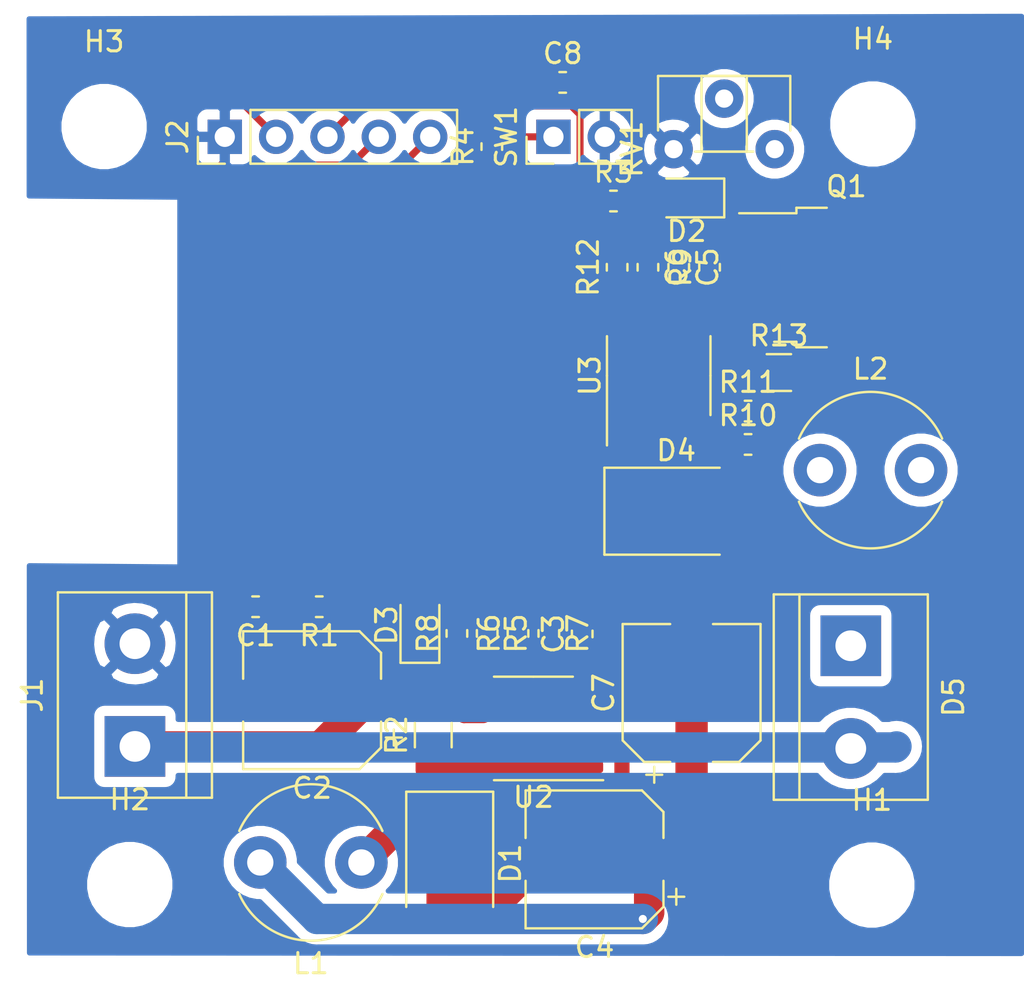
<source format=kicad_pcb>
(kicad_pcb (version 20171130) (host pcbnew "(6.0.0-rc1-dev-1546-g786ee0e)")

  (general
    (thickness 1.6)
    (drawings 2)
    (tracks 124)
    (zones 0)
    (modules 40)
    (nets 55)
  )

  (page A4)
  (layers
    (0 F.Cu signal)
    (31 B.Cu signal)
    (32 B.Adhes user)
    (33 F.Adhes user)
    (34 B.Paste user)
    (35 F.Paste user)
    (36 B.SilkS user)
    (37 F.SilkS user)
    (38 B.Mask user)
    (39 F.Mask user)
    (40 Dwgs.User user)
    (41 Cmts.User user)
    (42 Eco1.User user)
    (43 Eco2.User user)
    (44 Edge.Cuts user)
    (45 Margin user)
    (46 B.CrtYd user)
    (47 F.CrtYd user)
    (48 B.Fab user)
    (49 F.Fab user)
  )

  (setup
    (last_trace_width 0.25)
    (user_trace_width 0.3)
    (user_trace_width 0.35)
    (user_trace_width 0.75)
    (user_trace_width 1)
    (user_trace_width 1.5)
    (user_trace_width 2)
    (user_trace_width 2.5)
    (trace_clearance 0.2)
    (zone_clearance 0.508)
    (zone_45_only no)
    (trace_min 0.2)
    (via_size 0.8)
    (via_drill 0.4)
    (via_min_size 0.4)
    (via_min_drill 0.3)
    (uvia_size 0.3)
    (uvia_drill 0.1)
    (uvias_allowed no)
    (uvia_min_size 0.2)
    (uvia_min_drill 0.1)
    (edge_width 0.05)
    (segment_width 0.2)
    (pcb_text_width 0.3)
    (pcb_text_size 1.5 1.5)
    (mod_edge_width 0.12)
    (mod_text_size 1 1)
    (mod_text_width 0.15)
    (pad_size 1.9 1.9)
    (pad_drill 0.9)
    (pad_to_mask_clearance 0.051)
    (solder_mask_min_width 0.25)
    (aux_axis_origin 0 0)
    (visible_elements FFFFFF7F)
    (pcbplotparams
      (layerselection 0x00000_7fffffff)
      (usegerberextensions false)
      (usegerberattributes false)
      (usegerberadvancedattributes false)
      (creategerberjobfile false)
      (excludeedgelayer false)
      (linewidth 0.100000)
      (plotframeref false)
      (viasonmask false)
      (mode 1)
      (useauxorigin false)
      (hpglpennumber 1)
      (hpglpenspeed 20)
      (hpglpendiameter 15.000000)
      (psnegative false)
      (psa4output false)
      (plotreference false)
      (plotvalue false)
      (plotinvisibletext false)
      (padsonsilk true)
      (subtractmaskfromsilk false)
      (outputformat 5)
      (mirror true)
      (drillshape 1)
      (scaleselection 1)
      (outputdirectory ""))
  )

  (net 0 "")
  (net 1 GNDD)
  (net 2 +3V3)
  (net 3 +24V)
  (net 4 "Net-(C3-Pad1)")
  (net 5 "Net-(C5-Pad2)")
  (net 6 "Net-(C6-Pad2)")
  (net 7 "Net-(D1-Pad1)")
  (net 8 "Net-(D2-Pad2)")
  (net 9 "Net-(D3-Pad1)")
  (net 10 "Net-(D4-Pad2)")
  (net 11 /esp_prg_rx)
  (net 12 /esp_prg_tx)
  (net 13 /esp_prg_bl)
  (net 14 /esp_prg_en)
  (net 15 "Net-(Q1-Pad3)")
  (net 16 "Net-(Q1-Pad1)")
  (net 17 "Net-(R3-Pad1)")
  (net 18 "Net-(R5-Pad2)")
  (net 19 "Net-(R6-Pad2)")
  (net 20 "Net-(R9-Pad2)")
  (net 21 "Net-(R10-Pad2)")
  (net 22 LIGHT_PWM)
  (net 23 "Net-(R12-Pad1)")
  (net 24 "Net-(U1-Pad37)")
  (net 25 "Net-(U1-Pad36)")
  (net 26 "Net-(U1-Pad33)")
  (net 27 "Net-(U1-Pad32)")
  (net 28 "Net-(U1-Pad31)")
  (net 29 "Net-(U1-Pad30)")
  (net 30 "Net-(U1-Pad26)")
  (net 31 "Net-(U1-Pad24)")
  (net 32 "Net-(U1-Pad23)")
  (net 33 "Net-(U1-Pad22)")
  (net 34 "Net-(U1-Pad21)")
  (net 35 "Net-(U1-Pad20)")
  (net 36 "Net-(U1-Pad19)")
  (net 37 "Net-(U1-Pad18)")
  (net 38 "Net-(U1-Pad17)")
  (net 39 "Net-(U1-Pad16)")
  (net 40 "Net-(U1-Pad14)")
  (net 41 "Net-(U1-Pad13)")
  (net 42 "Net-(U1-Pad12)")
  (net 43 "Net-(U1-Pad11)")
  (net 44 "Net-(U1-Pad10)")
  (net 45 "Net-(U1-Pad9)")
  (net 46 "Net-(U1-Pad8)")
  (net 47 "Net-(U1-Pad7)")
  (net 48 "Net-(U1-Pad6)")
  (net 49 "Net-(U1-Pad5)")
  (net 50 "Net-(U1-Pad4)")
  (net 51 "Net-(R4-Pad2)")
  (net 52 /Vcc_sensed)
  (net 53 "Net-(C7-Pad2)")
  (net 54 "Net-(C8-Pad1)")

  (net_class Default "Dies ist die voreingestellte Netzklasse."
    (clearance 0.2)
    (trace_width 0.25)
    (via_dia 0.8)
    (via_drill 0.4)
    (uvia_dia 0.3)
    (uvia_drill 0.1)
    (add_net +24V)
    (add_net +3V3)
    (add_net /Vcc_sensed)
    (add_net /esp_prg_bl)
    (add_net /esp_prg_en)
    (add_net /esp_prg_rx)
    (add_net /esp_prg_tx)
    (add_net GNDD)
    (add_net LIGHT_PWM)
    (add_net "Net-(C3-Pad1)")
    (add_net "Net-(C5-Pad2)")
    (add_net "Net-(C6-Pad2)")
    (add_net "Net-(C7-Pad2)")
    (add_net "Net-(C8-Pad1)")
    (add_net "Net-(D1-Pad1)")
    (add_net "Net-(D2-Pad2)")
    (add_net "Net-(D3-Pad1)")
    (add_net "Net-(D4-Pad2)")
    (add_net "Net-(Q1-Pad1)")
    (add_net "Net-(Q1-Pad3)")
    (add_net "Net-(R10-Pad2)")
    (add_net "Net-(R12-Pad1)")
    (add_net "Net-(R3-Pad1)")
    (add_net "Net-(R4-Pad2)")
    (add_net "Net-(R5-Pad2)")
    (add_net "Net-(R6-Pad2)")
    (add_net "Net-(R9-Pad2)")
    (add_net "Net-(U1-Pad10)")
    (add_net "Net-(U1-Pad11)")
    (add_net "Net-(U1-Pad12)")
    (add_net "Net-(U1-Pad13)")
    (add_net "Net-(U1-Pad14)")
    (add_net "Net-(U1-Pad16)")
    (add_net "Net-(U1-Pad17)")
    (add_net "Net-(U1-Pad18)")
    (add_net "Net-(U1-Pad19)")
    (add_net "Net-(U1-Pad20)")
    (add_net "Net-(U1-Pad21)")
    (add_net "Net-(U1-Pad22)")
    (add_net "Net-(U1-Pad23)")
    (add_net "Net-(U1-Pad24)")
    (add_net "Net-(U1-Pad26)")
    (add_net "Net-(U1-Pad30)")
    (add_net "Net-(U1-Pad31)")
    (add_net "Net-(U1-Pad32)")
    (add_net "Net-(U1-Pad33)")
    (add_net "Net-(U1-Pad36)")
    (add_net "Net-(U1-Pad37)")
    (add_net "Net-(U1-Pad4)")
    (add_net "Net-(U1-Pad5)")
    (add_net "Net-(U1-Pad6)")
    (add_net "Net-(U1-Pad7)")
    (add_net "Net-(U1-Pad8)")
    (add_net "Net-(U1-Pad9)")
  )

  (module Capacitor_SMD:C_0603_1608Metric (layer F.Cu) (tedit 5B301BBE) (tstamp 5E131002)
    (at 83.6675 95.123)
    (descr "Capacitor SMD 0603 (1608 Metric), square (rectangular) end terminal, IPC_7351 nominal, (Body size source: http://www.tortai-tech.com/upload/download/2011102023233369053.pdf), generated with kicad-footprint-generator")
    (tags capacitor)
    (path /5E15D22D)
    (attr smd)
    (fp_text reference C8 (at 0 -1.43) (layer F.SilkS)
      (effects (font (size 1 1) (thickness 0.15)))
    )
    (fp_text value 100n (at 0 1.43) (layer F.Fab)
      (effects (font (size 1 1) (thickness 0.15)))
    )
    (fp_text user %R (at 0 0) (layer F.Fab)
      (effects (font (size 0.4 0.4) (thickness 0.06)))
    )
    (fp_line (start 1.48 0.73) (end -1.48 0.73) (layer F.CrtYd) (width 0.05))
    (fp_line (start 1.48 -0.73) (end 1.48 0.73) (layer F.CrtYd) (width 0.05))
    (fp_line (start -1.48 -0.73) (end 1.48 -0.73) (layer F.CrtYd) (width 0.05))
    (fp_line (start -1.48 0.73) (end -1.48 -0.73) (layer F.CrtYd) (width 0.05))
    (fp_line (start -0.162779 0.51) (end 0.162779 0.51) (layer F.SilkS) (width 0.12))
    (fp_line (start -0.162779 -0.51) (end 0.162779 -0.51) (layer F.SilkS) (width 0.12))
    (fp_line (start 0.8 0.4) (end -0.8 0.4) (layer F.Fab) (width 0.1))
    (fp_line (start 0.8 -0.4) (end 0.8 0.4) (layer F.Fab) (width 0.1))
    (fp_line (start -0.8 -0.4) (end 0.8 -0.4) (layer F.Fab) (width 0.1))
    (fp_line (start -0.8 0.4) (end -0.8 -0.4) (layer F.Fab) (width 0.1))
    (pad 2 smd roundrect (at 0.7875 0) (size 0.875 0.95) (layers F.Cu F.Paste F.Mask) (roundrect_rratio 0.25)
      (net 1 GNDD))
    (pad 1 smd roundrect (at -0.7875 0) (size 0.875 0.95) (layers F.Cu F.Paste F.Mask) (roundrect_rratio 0.25)
      (net 54 "Net-(C8-Pad1)"))
    (model ${KISYS3DMOD}/Capacitor_SMD.3dshapes/C_0603_1608Metric.wrl
      (at (xyz 0 0 0))
      (scale (xyz 1 1 1))
      (rotate (xyz 0 0 0))
    )
  )

  (module Resistor_SMD:R_0603_1608Metric (layer F.Cu) (tedit 5B301BBD) (tstamp 5DF392C4)
    (at 78.4352 122.3772 90)
    (descr "Resistor SMD 0603 (1608 Metric), square (rectangular) end terminal, IPC_7351 nominal, (Body size source: http://www.tortai-tech.com/upload/download/2011102023233369053.pdf), generated with kicad-footprint-generator")
    (tags resistor)
    (path /5DF9B5AD)
    (attr smd)
    (fp_text reference R8 (at 0 -1.43 90) (layer F.SilkS)
      (effects (font (size 1 1) (thickness 0.15)))
    )
    (fp_text value R (at 0 1.43 90) (layer F.Fab)
      (effects (font (size 1 1) (thickness 0.15)))
    )
    (fp_text user %R (at 0 0 90) (layer F.Fab)
      (effects (font (size 0.4 0.4) (thickness 0.06)))
    )
    (fp_line (start 1.48 0.73) (end -1.48 0.73) (layer F.CrtYd) (width 0.05))
    (fp_line (start 1.48 -0.73) (end 1.48 0.73) (layer F.CrtYd) (width 0.05))
    (fp_line (start -1.48 -0.73) (end 1.48 -0.73) (layer F.CrtYd) (width 0.05))
    (fp_line (start -1.48 0.73) (end -1.48 -0.73) (layer F.CrtYd) (width 0.05))
    (fp_line (start -0.162779 0.51) (end 0.162779 0.51) (layer F.SilkS) (width 0.12))
    (fp_line (start -0.162779 -0.51) (end 0.162779 -0.51) (layer F.SilkS) (width 0.12))
    (fp_line (start 0.8 0.4) (end -0.8 0.4) (layer F.Fab) (width 0.1))
    (fp_line (start 0.8 -0.4) (end 0.8 0.4) (layer F.Fab) (width 0.1))
    (fp_line (start -0.8 -0.4) (end 0.8 -0.4) (layer F.Fab) (width 0.1))
    (fp_line (start -0.8 0.4) (end -0.8 -0.4) (layer F.Fab) (width 0.1))
    (pad 2 smd roundrect (at 0.7875 0 90) (size 0.875 0.95) (layers F.Cu F.Paste F.Mask) (roundrect_rratio 0.25)
      (net 1 GNDD))
    (pad 1 smd roundrect (at -0.7875 0 90) (size 0.875 0.95) (layers F.Cu F.Paste F.Mask) (roundrect_rratio 0.25)
      (net 9 "Net-(D3-Pad1)"))
    (model ${KISYS3DMOD}/Resistor_SMD.3dshapes/R_0603_1608Metric.wrl
      (at (xyz 0 0 0))
      (scale (xyz 1 1 1))
      (rotate (xyz 0 0 0))
    )
  )

  (module Diode_SMD:D_SMB (layer F.Cu) (tedit 58645DF3) (tstamp 5DF38A4C)
    (at 89.281 116.332)
    (descr "Diode SMB (DO-214AA)")
    (tags "Diode SMB (DO-214AA)")
    (path /5DF71199)
    (attr smd)
    (fp_text reference D4 (at 0 -3) (layer F.SilkS)
      (effects (font (size 1 1) (thickness 0.15)))
    )
    (fp_text value D_Schottky (at 0 3.1) (layer F.Fab)
      (effects (font (size 1 1) (thickness 0.15)))
    )
    (fp_line (start -3.55 -2.15) (end 2.15 -2.15) (layer F.SilkS) (width 0.12))
    (fp_line (start -3.55 2.15) (end 2.15 2.15) (layer F.SilkS) (width 0.12))
    (fp_line (start -0.64944 0.00102) (end 0.50118 -0.79908) (layer F.Fab) (width 0.1))
    (fp_line (start -0.64944 0.00102) (end 0.50118 0.75032) (layer F.Fab) (width 0.1))
    (fp_line (start 0.50118 0.75032) (end 0.50118 -0.79908) (layer F.Fab) (width 0.1))
    (fp_line (start -0.64944 -0.79908) (end -0.64944 0.80112) (layer F.Fab) (width 0.1))
    (fp_line (start 0.50118 0.00102) (end 1.4994 0.00102) (layer F.Fab) (width 0.1))
    (fp_line (start -0.64944 0.00102) (end -1.55114 0.00102) (layer F.Fab) (width 0.1))
    (fp_line (start -3.65 2.25) (end -3.65 -2.25) (layer F.CrtYd) (width 0.05))
    (fp_line (start 3.65 2.25) (end -3.65 2.25) (layer F.CrtYd) (width 0.05))
    (fp_line (start 3.65 -2.25) (end 3.65 2.25) (layer F.CrtYd) (width 0.05))
    (fp_line (start -3.65 -2.25) (end 3.65 -2.25) (layer F.CrtYd) (width 0.05))
    (fp_line (start 2.3 -2) (end -2.3 -2) (layer F.Fab) (width 0.1))
    (fp_line (start 2.3 -2) (end 2.3 2) (layer F.Fab) (width 0.1))
    (fp_line (start -2.3 2) (end -2.3 -2) (layer F.Fab) (width 0.1))
    (fp_line (start 2.3 2) (end -2.3 2) (layer F.Fab) (width 0.1))
    (fp_line (start -3.55 -2.15) (end -3.55 2.15) (layer F.SilkS) (width 0.12))
    (fp_text user %R (at 0 -3) (layer F.Fab)
      (effects (font (size 1 1) (thickness 0.15)))
    )
    (pad 2 smd rect (at 2.15 0) (size 2.5 2.3) (layers F.Cu F.Paste F.Mask)
      (net 10 "Net-(D4-Pad2)"))
    (pad 1 smd rect (at -2.15 0) (size 2.5 2.3) (layers F.Cu F.Paste F.Mask)
      (net 3 +24V))
    (model ${KISYS3DMOD}/Diode_SMD.3dshapes/D_SMB.wrl
      (at (xyz 0 0 0))
      (scale (xyz 1 1 1))
      (rotate (xyz 0 0 0))
    )
  )

  (module Diode_SMD:D_SMB (layer F.Cu) (tedit 58645DF3) (tstamp 5DF368F0)
    (at 78.0796 133.7564 270)
    (descr "Diode SMB (DO-214AA)")
    (tags "Diode SMB (DO-214AA)")
    (path /5DF07ADE)
    (attr smd)
    (fp_text reference D1 (at 0 -3 270) (layer F.SilkS)
      (effects (font (size 1 1) (thickness 0.15)))
    )
    (fp_text value D (at 0 3.1 270) (layer F.Fab)
      (effects (font (size 1 1) (thickness 0.15)))
    )
    (fp_line (start -3.55 -2.15) (end 2.15 -2.15) (layer F.SilkS) (width 0.12))
    (fp_line (start -3.55 2.15) (end 2.15 2.15) (layer F.SilkS) (width 0.12))
    (fp_line (start -0.64944 0.00102) (end 0.50118 -0.79908) (layer F.Fab) (width 0.1))
    (fp_line (start -0.64944 0.00102) (end 0.50118 0.75032) (layer F.Fab) (width 0.1))
    (fp_line (start 0.50118 0.75032) (end 0.50118 -0.79908) (layer F.Fab) (width 0.1))
    (fp_line (start -0.64944 -0.79908) (end -0.64944 0.80112) (layer F.Fab) (width 0.1))
    (fp_line (start 0.50118 0.00102) (end 1.4994 0.00102) (layer F.Fab) (width 0.1))
    (fp_line (start -0.64944 0.00102) (end -1.55114 0.00102) (layer F.Fab) (width 0.1))
    (fp_line (start -3.65 2.25) (end -3.65 -2.25) (layer F.CrtYd) (width 0.05))
    (fp_line (start 3.65 2.25) (end -3.65 2.25) (layer F.CrtYd) (width 0.05))
    (fp_line (start 3.65 -2.25) (end 3.65 2.25) (layer F.CrtYd) (width 0.05))
    (fp_line (start -3.65 -2.25) (end 3.65 -2.25) (layer F.CrtYd) (width 0.05))
    (fp_line (start 2.3 -2) (end -2.3 -2) (layer F.Fab) (width 0.1))
    (fp_line (start 2.3 -2) (end 2.3 2) (layer F.Fab) (width 0.1))
    (fp_line (start -2.3 2) (end -2.3 -2) (layer F.Fab) (width 0.1))
    (fp_line (start 2.3 2) (end -2.3 2) (layer F.Fab) (width 0.1))
    (fp_line (start -3.55 -2.15) (end -3.55 2.15) (layer F.SilkS) (width 0.12))
    (fp_text user %R (at 0 -3 270) (layer F.Fab)
      (effects (font (size 1 1) (thickness 0.15)))
    )
    (pad 2 smd rect (at 2.15 0 270) (size 2.5 2.3) (layers F.Cu F.Paste F.Mask)
      (net 1 GNDD))
    (pad 1 smd rect (at -2.15 0 270) (size 2.5 2.3) (layers F.Cu F.Paste F.Mask)
      (net 7 "Net-(D1-Pad1)"))
    (model ${KISYS3DMOD}/Diode_SMD.3dshapes/D_SMB.wrl
      (at (xyz 0 0 0))
      (scale (xyz 1 1 1))
      (rotate (xyz 0 0 0))
    )
  )

  (module Capacitor_SMD:CP_Elec_6.3x3 (layer F.Cu) (tedit 5BCA39CF) (tstamp 5DF369CC)
    (at 90.043 125.3236 90)
    (descr "SMD capacitor, aluminum electrolytic, Nichicon, 6.3x3.0mm")
    (tags "capacitor electrolytic")
    (path /5DFCA9C2)
    (attr smd)
    (fp_text reference C7 (at 0 -4.35 90) (layer F.SilkS)
      (effects (font (size 1 1) (thickness 0.15)))
    )
    (fp_text value 100u (at 0 4.35 90) (layer F.Fab)
      (effects (font (size 1 1) (thickness 0.15)))
    )
    (fp_text user %R (at 0 0 90) (layer F.Fab)
      (effects (font (size 1 1) (thickness 0.15)))
    )
    (fp_line (start -4.7 1.05) (end -3.55 1.05) (layer F.CrtYd) (width 0.05))
    (fp_line (start -4.7 -1.05) (end -4.7 1.05) (layer F.CrtYd) (width 0.05))
    (fp_line (start -3.55 -1.05) (end -4.7 -1.05) (layer F.CrtYd) (width 0.05))
    (fp_line (start -3.55 1.05) (end -3.55 2.4) (layer F.CrtYd) (width 0.05))
    (fp_line (start -3.55 -2.4) (end -3.55 -1.05) (layer F.CrtYd) (width 0.05))
    (fp_line (start -3.55 -2.4) (end -2.4 -3.55) (layer F.CrtYd) (width 0.05))
    (fp_line (start -3.55 2.4) (end -2.4 3.55) (layer F.CrtYd) (width 0.05))
    (fp_line (start -2.4 -3.55) (end 3.55 -3.55) (layer F.CrtYd) (width 0.05))
    (fp_line (start -2.4 3.55) (end 3.55 3.55) (layer F.CrtYd) (width 0.05))
    (fp_line (start 3.55 1.05) (end 3.55 3.55) (layer F.CrtYd) (width 0.05))
    (fp_line (start 4.7 1.05) (end 3.55 1.05) (layer F.CrtYd) (width 0.05))
    (fp_line (start 4.7 -1.05) (end 4.7 1.05) (layer F.CrtYd) (width 0.05))
    (fp_line (start 3.55 -1.05) (end 4.7 -1.05) (layer F.CrtYd) (width 0.05))
    (fp_line (start 3.55 -3.55) (end 3.55 -1.05) (layer F.CrtYd) (width 0.05))
    (fp_line (start -4.04375 -2.24125) (end -4.04375 -1.45375) (layer F.SilkS) (width 0.12))
    (fp_line (start -4.4375 -1.8475) (end -3.65 -1.8475) (layer F.SilkS) (width 0.12))
    (fp_line (start -3.41 2.345563) (end -2.345563 3.41) (layer F.SilkS) (width 0.12))
    (fp_line (start -3.41 -2.345563) (end -2.345563 -3.41) (layer F.SilkS) (width 0.12))
    (fp_line (start -3.41 -2.345563) (end -3.41 -1.06) (layer F.SilkS) (width 0.12))
    (fp_line (start -3.41 2.345563) (end -3.41 1.06) (layer F.SilkS) (width 0.12))
    (fp_line (start -2.345563 3.41) (end 3.41 3.41) (layer F.SilkS) (width 0.12))
    (fp_line (start -2.345563 -3.41) (end 3.41 -3.41) (layer F.SilkS) (width 0.12))
    (fp_line (start 3.41 -3.41) (end 3.41 -1.06) (layer F.SilkS) (width 0.12))
    (fp_line (start 3.41 3.41) (end 3.41 1.06) (layer F.SilkS) (width 0.12))
    (fp_line (start -2.389838 -1.645) (end -2.389838 -1.015) (layer F.Fab) (width 0.1))
    (fp_line (start -2.704838 -1.33) (end -2.074838 -1.33) (layer F.Fab) (width 0.1))
    (fp_line (start -3.3 2.3) (end -2.3 3.3) (layer F.Fab) (width 0.1))
    (fp_line (start -3.3 -2.3) (end -2.3 -3.3) (layer F.Fab) (width 0.1))
    (fp_line (start -3.3 -2.3) (end -3.3 2.3) (layer F.Fab) (width 0.1))
    (fp_line (start -2.3 3.3) (end 3.3 3.3) (layer F.Fab) (width 0.1))
    (fp_line (start -2.3 -3.3) (end 3.3 -3.3) (layer F.Fab) (width 0.1))
    (fp_line (start 3.3 -3.3) (end 3.3 3.3) (layer F.Fab) (width 0.1))
    (fp_circle (center 0 0) (end 3.15 0) (layer F.Fab) (width 0.1))
    (pad 2 smd roundrect (at 2.7 0 90) (size 3.5 1.6) (layers F.Cu F.Paste F.Mask) (roundrect_rratio 0.15625)
      (net 53 "Net-(C7-Pad2)"))
    (pad 1 smd roundrect (at -2.7 0 90) (size 3.5 1.6) (layers F.Cu F.Paste F.Mask) (roundrect_rratio 0.15625)
      (net 3 +24V))
    (model ${KISYS3DMOD}/Capacitor_SMD.3dshapes/CP_Elec_6.3x3.wrl
      (at (xyz 0 0 0))
      (scale (xyz 1 1 1))
      (rotate (xyz 0 0 0))
    )
  )

  (module Capacitor_SMD:CP_Elec_6.3x3 (layer F.Cu) (tedit 5BCA39CF) (tstamp 5DF36A80)
    (at 85.2424 133.5532 180)
    (descr "SMD capacitor, aluminum electrolytic, Nichicon, 6.3x3.0mm")
    (tags "capacitor electrolytic")
    (path /5DF09431)
    (attr smd)
    (fp_text reference C4 (at 0 -4.35 180) (layer F.SilkS)
      (effects (font (size 1 1) (thickness 0.15)))
    )
    (fp_text value 220u (at 0 4.35 180) (layer F.Fab)
      (effects (font (size 1 1) (thickness 0.15)))
    )
    (fp_text user %R (at 0 0 180) (layer F.Fab)
      (effects (font (size 1 1) (thickness 0.15)))
    )
    (fp_line (start -4.7 1.05) (end -3.55 1.05) (layer F.CrtYd) (width 0.05))
    (fp_line (start -4.7 -1.05) (end -4.7 1.05) (layer F.CrtYd) (width 0.05))
    (fp_line (start -3.55 -1.05) (end -4.7 -1.05) (layer F.CrtYd) (width 0.05))
    (fp_line (start -3.55 1.05) (end -3.55 2.4) (layer F.CrtYd) (width 0.05))
    (fp_line (start -3.55 -2.4) (end -3.55 -1.05) (layer F.CrtYd) (width 0.05))
    (fp_line (start -3.55 -2.4) (end -2.4 -3.55) (layer F.CrtYd) (width 0.05))
    (fp_line (start -3.55 2.4) (end -2.4 3.55) (layer F.CrtYd) (width 0.05))
    (fp_line (start -2.4 -3.55) (end 3.55 -3.55) (layer F.CrtYd) (width 0.05))
    (fp_line (start -2.4 3.55) (end 3.55 3.55) (layer F.CrtYd) (width 0.05))
    (fp_line (start 3.55 1.05) (end 3.55 3.55) (layer F.CrtYd) (width 0.05))
    (fp_line (start 4.7 1.05) (end 3.55 1.05) (layer F.CrtYd) (width 0.05))
    (fp_line (start 4.7 -1.05) (end 4.7 1.05) (layer F.CrtYd) (width 0.05))
    (fp_line (start 3.55 -1.05) (end 4.7 -1.05) (layer F.CrtYd) (width 0.05))
    (fp_line (start 3.55 -3.55) (end 3.55 -1.05) (layer F.CrtYd) (width 0.05))
    (fp_line (start -4.04375 -2.24125) (end -4.04375 -1.45375) (layer F.SilkS) (width 0.12))
    (fp_line (start -4.4375 -1.8475) (end -3.65 -1.8475) (layer F.SilkS) (width 0.12))
    (fp_line (start -3.41 2.345563) (end -2.345563 3.41) (layer F.SilkS) (width 0.12))
    (fp_line (start -3.41 -2.345563) (end -2.345563 -3.41) (layer F.SilkS) (width 0.12))
    (fp_line (start -3.41 -2.345563) (end -3.41 -1.06) (layer F.SilkS) (width 0.12))
    (fp_line (start -3.41 2.345563) (end -3.41 1.06) (layer F.SilkS) (width 0.12))
    (fp_line (start -2.345563 3.41) (end 3.41 3.41) (layer F.SilkS) (width 0.12))
    (fp_line (start -2.345563 -3.41) (end 3.41 -3.41) (layer F.SilkS) (width 0.12))
    (fp_line (start 3.41 -3.41) (end 3.41 -1.06) (layer F.SilkS) (width 0.12))
    (fp_line (start 3.41 3.41) (end 3.41 1.06) (layer F.SilkS) (width 0.12))
    (fp_line (start -2.389838 -1.645) (end -2.389838 -1.015) (layer F.Fab) (width 0.1))
    (fp_line (start -2.704838 -1.33) (end -2.074838 -1.33) (layer F.Fab) (width 0.1))
    (fp_line (start -3.3 2.3) (end -2.3 3.3) (layer F.Fab) (width 0.1))
    (fp_line (start -3.3 -2.3) (end -2.3 -3.3) (layer F.Fab) (width 0.1))
    (fp_line (start -3.3 -2.3) (end -3.3 2.3) (layer F.Fab) (width 0.1))
    (fp_line (start -2.3 3.3) (end 3.3 3.3) (layer F.Fab) (width 0.1))
    (fp_line (start -2.3 -3.3) (end 3.3 -3.3) (layer F.Fab) (width 0.1))
    (fp_line (start 3.3 -3.3) (end 3.3 3.3) (layer F.Fab) (width 0.1))
    (fp_circle (center 0 0) (end 3.15 0) (layer F.Fab) (width 0.1))
    (pad 2 smd roundrect (at 2.7 0 180) (size 3.5 1.6) (layers F.Cu F.Paste F.Mask) (roundrect_rratio 0.15625)
      (net 1 GNDD))
    (pad 1 smd roundrect (at -2.7 0 180) (size 3.5 1.6) (layers F.Cu F.Paste F.Mask) (roundrect_rratio 0.15625)
      (net 2 +3V3))
    (model ${KISYS3DMOD}/Capacitor_SMD.3dshapes/CP_Elec_6.3x3.wrl
      (at (xyz 0 0 0))
      (scale (xyz 1 1 1))
      (rotate (xyz 0 0 0))
    )
  )

  (module Connector_PinHeader_2.54mm:PinHeader_1x05_P2.54mm_Vertical (layer F.Cu) (tedit 59FED5CC) (tstamp 5DF080DB)
    (at 66.9544 97.8154 90)
    (descr "Through hole straight pin header, 1x05, 2.54mm pitch, single row")
    (tags "Through hole pin header THT 1x05 2.54mm single row")
    (path /5DF47D14)
    (fp_text reference J2 (at 0 -2.33 90) (layer F.SilkS)
      (effects (font (size 1 1) (thickness 0.15)))
    )
    (fp_text value Conn_01x05_Male (at 0 12.49 90) (layer F.Fab)
      (effects (font (size 1 1) (thickness 0.15)))
    )
    (fp_text user %R (at 0 5.08 180) (layer F.Fab)
      (effects (font (size 1 1) (thickness 0.15)))
    )
    (fp_line (start 1.8 -1.8) (end -1.8 -1.8) (layer F.CrtYd) (width 0.05))
    (fp_line (start 1.8 11.95) (end 1.8 -1.8) (layer F.CrtYd) (width 0.05))
    (fp_line (start -1.8 11.95) (end 1.8 11.95) (layer F.CrtYd) (width 0.05))
    (fp_line (start -1.8 -1.8) (end -1.8 11.95) (layer F.CrtYd) (width 0.05))
    (fp_line (start -1.33 -1.33) (end 0 -1.33) (layer F.SilkS) (width 0.12))
    (fp_line (start -1.33 0) (end -1.33 -1.33) (layer F.SilkS) (width 0.12))
    (fp_line (start -1.33 1.27) (end 1.33 1.27) (layer F.SilkS) (width 0.12))
    (fp_line (start 1.33 1.27) (end 1.33 11.49) (layer F.SilkS) (width 0.12))
    (fp_line (start -1.33 1.27) (end -1.33 11.49) (layer F.SilkS) (width 0.12))
    (fp_line (start -1.33 11.49) (end 1.33 11.49) (layer F.SilkS) (width 0.12))
    (fp_line (start -1.27 -0.635) (end -0.635 -1.27) (layer F.Fab) (width 0.1))
    (fp_line (start -1.27 11.43) (end -1.27 -0.635) (layer F.Fab) (width 0.1))
    (fp_line (start 1.27 11.43) (end -1.27 11.43) (layer F.Fab) (width 0.1))
    (fp_line (start 1.27 -1.27) (end 1.27 11.43) (layer F.Fab) (width 0.1))
    (fp_line (start -0.635 -1.27) (end 1.27 -1.27) (layer F.Fab) (width 0.1))
    (pad 5 thru_hole oval (at 0 10.16 90) (size 1.7 1.7) (drill 1) (layers *.Cu *.Mask)
      (net 11 /esp_prg_rx))
    (pad 4 thru_hole oval (at 0 7.62 90) (size 1.7 1.7) (drill 1) (layers *.Cu *.Mask)
      (net 12 /esp_prg_tx))
    (pad 3 thru_hole oval (at 0 5.08 90) (size 1.7 1.7) (drill 1) (layers *.Cu *.Mask)
      (net 13 /esp_prg_bl))
    (pad 2 thru_hole oval (at 0 2.54 90) (size 1.7 1.7) (drill 1) (layers *.Cu *.Mask)
      (net 14 /esp_prg_en))
    (pad 1 thru_hole rect (at 0 0 90) (size 1.7 1.7) (drill 1) (layers *.Cu *.Mask)
      (net 1 GNDD))
    (model ${KISYS3DMOD}/Connector_PinHeader_2.54mm.3dshapes/PinHeader_1x05_P2.54mm_Vertical.wrl
      (at (xyz 0 0 0))
      (scale (xyz 1 1 1))
      (rotate (xyz 0 0 0))
    )
  )

  (module Resistor_SMD:R_0603_1608Metric (layer F.Cu) (tedit 5B301BBD) (tstamp 5DF0A10A)
    (at 86.1799 100.9904)
    (descr "Resistor SMD 0603 (1608 Metric), square (rectangular) end terminal, IPC_7351 nominal, (Body size source: http://www.tortai-tech.com/upload/download/2011102023233369053.pdf), generated with kicad-footprint-generator")
    (tags resistor)
    (path /5E0E4E58)
    (attr smd)
    (fp_text reference R3 (at 0 -1.43) (layer F.SilkS)
      (effects (font (size 1 1) (thickness 0.15)))
    )
    (fp_text value 180 (at 0 1.43) (layer F.Fab)
      (effects (font (size 1 1) (thickness 0.15)))
    )
    (fp_text user %R (at 0 0) (layer F.Fab)
      (effects (font (size 0.4 0.4) (thickness 0.06)))
    )
    (fp_line (start 1.48 0.73) (end -1.48 0.73) (layer F.CrtYd) (width 0.05))
    (fp_line (start 1.48 -0.73) (end 1.48 0.73) (layer F.CrtYd) (width 0.05))
    (fp_line (start -1.48 -0.73) (end 1.48 -0.73) (layer F.CrtYd) (width 0.05))
    (fp_line (start -1.48 0.73) (end -1.48 -0.73) (layer F.CrtYd) (width 0.05))
    (fp_line (start -0.162779 0.51) (end 0.162779 0.51) (layer F.SilkS) (width 0.12))
    (fp_line (start -0.162779 -0.51) (end 0.162779 -0.51) (layer F.SilkS) (width 0.12))
    (fp_line (start 0.8 0.4) (end -0.8 0.4) (layer F.Fab) (width 0.1))
    (fp_line (start 0.8 -0.4) (end 0.8 0.4) (layer F.Fab) (width 0.1))
    (fp_line (start -0.8 -0.4) (end 0.8 -0.4) (layer F.Fab) (width 0.1))
    (fp_line (start -0.8 0.4) (end -0.8 -0.4) (layer F.Fab) (width 0.1))
    (pad 2 smd roundrect (at 0.7875 0) (size 0.875 0.95) (layers F.Cu F.Paste F.Mask) (roundrect_rratio 0.25)
      (net 8 "Net-(D2-Pad2)"))
    (pad 1 smd roundrect (at -0.7875 0) (size 0.875 0.95) (layers F.Cu F.Paste F.Mask) (roundrect_rratio 0.25)
      (net 17 "Net-(R3-Pad1)"))
    (model ${KISYS3DMOD}/Resistor_SMD.3dshapes/R_0603_1608Metric.wrl
      (at (xyz 0 0 0))
      (scale (xyz 1 1 1))
      (rotate (xyz 0 0 0))
    )
  )

  (module Inductor_THT:L_Radial_D7.5mm_P5.00mm_Fastron_07P (layer F.Cu) (tedit 5AE59B06) (tstamp 5DF36CD0)
    (at 73.7108 133.7056 180)
    (descr "Inductor, Radial series, Radial, pin pitch=5.00mm, , diameter=7.5mm, Fastron, 07P, http://www.fastrongroup.com/image-show/39/07P.pdf?type=Complete-DataSheet&productType=series")
    (tags "Inductor Radial series Radial pin pitch 5.00mm  diameter 7.5mm Fastron 07P")
    (path /5DF0D2D7)
    (fp_text reference L1 (at 2.5 -5 180) (layer F.SilkS)
      (effects (font (size 1 1) (thickness 0.15)))
    )
    (fp_text value L (at 2.5 5 180) (layer F.Fab)
      (effects (font (size 1 1) (thickness 0.15)))
    )
    (fp_text user %R (at 2.5 0 180) (layer F.Fab)
      (effects (font (size 1 1) (thickness 0.15)))
    )
    (fp_circle (center 2.5 0) (end 6.85 0) (layer F.CrtYd) (width 0.05))
    (fp_circle (center 2.5 0) (end 6.25 0) (layer F.Fab) (width 0.1))
    (fp_arc (start 2.5 0) (end -1.041652 1.56) (angle -132.455667) (layer F.SilkS) (width 0.12))
    (fp_arc (start 2.5 0) (end -1.041652 -1.56) (angle 132.455667) (layer F.SilkS) (width 0.12))
    (pad 2 thru_hole circle (at 5 0 180) (size 2.6 2.6) (drill 1.3) (layers *.Cu *.Mask)
      (net 2 +3V3))
    (pad 1 thru_hole circle (at 0 0 180) (size 2.6 2.6) (drill 1.3) (layers *.Cu *.Mask)
      (net 7 "Net-(D1-Pad1)"))
    (model ${KISYS3DMOD}/Inductor_THT.3dshapes/L_Radial_D7.5mm_P5.00mm_Fastron_07P.wrl
      (at (xyz 0 0 0))
      (scale (xyz 1 1 1))
      (rotate (xyz 0 0 0))
    )
  )

  (module MountingHole:MountingHole_3.2mm_M3 (layer F.Cu) (tedit 56D1B4CB) (tstamp 5DF280B3)
    (at 99.0092 97.1804)
    (descr "Mounting Hole 3.2mm, no annular, M3")
    (tags "mounting hole 3.2mm no annular m3")
    (path /5DF70E72)
    (attr virtual)
    (fp_text reference H4 (at 0 -4.2) (layer F.SilkS)
      (effects (font (size 1 1) (thickness 0.15)))
    )
    (fp_text value MountingHole (at 0 4.2) (layer F.Fab)
      (effects (font (size 1 1) (thickness 0.15)))
    )
    (fp_circle (center 0 0) (end 3.45 0) (layer F.CrtYd) (width 0.05))
    (fp_circle (center 0 0) (end 3.2 0) (layer Cmts.User) (width 0.15))
    (fp_text user %R (at 0.3 0) (layer F.Fab)
      (effects (font (size 1 1) (thickness 0.15)))
    )
    (pad 1 np_thru_hole circle (at 0 0) (size 3.2 3.2) (drill 3.2) (layers *.Cu *.Mask))
  )

  (module MountingHole:MountingHole_3.2mm_M3 (layer F.Cu) (tedit 56D1B4CB) (tstamp 5DF1AF0F)
    (at 60.9854 97.3074)
    (descr "Mounting Hole 3.2mm, no annular, M3")
    (tags "mounting hole 3.2mm no annular m3")
    (path /5DF71155)
    (attr virtual)
    (fp_text reference H3 (at 0 -4.2) (layer F.SilkS)
      (effects (font (size 1 1) (thickness 0.15)))
    )
    (fp_text value MountingHole (at 0 4.2) (layer F.Fab)
      (effects (font (size 1 1) (thickness 0.15)))
    )
    (fp_circle (center 0 0) (end 3.45 0) (layer F.CrtYd) (width 0.05))
    (fp_circle (center 0 0) (end 3.2 0) (layer Cmts.User) (width 0.15))
    (fp_text user %R (at 0.3 0) (layer F.Fab)
      (effects (font (size 1 1) (thickness 0.15)))
    )
    (pad 1 np_thru_hole circle (at 0 0) (size 3.2 3.2) (drill 3.2) (layers *.Cu *.Mask))
  )

  (module MountingHole:MountingHole_3.2mm_M3 (layer F.Cu) (tedit 56D1B4CB) (tstamp 5DF36943)
    (at 62.2554 134.7978)
    (descr "Mounting Hole 3.2mm, no annular, M3")
    (tags "mounting hole 3.2mm no annular m3")
    (path /5DF70CF7)
    (attr virtual)
    (fp_text reference H2 (at 0 -4.2) (layer F.SilkS)
      (effects (font (size 1 1) (thickness 0.15)))
    )
    (fp_text value MountingHole (at 0 4.2) (layer F.Fab)
      (effects (font (size 1 1) (thickness 0.15)))
    )
    (fp_circle (center 0 0) (end 3.45 0) (layer F.CrtYd) (width 0.05))
    (fp_circle (center 0 0) (end 3.2 0) (layer Cmts.User) (width 0.15))
    (fp_text user %R (at 0.3 0) (layer F.Fab)
      (effects (font (size 1 1) (thickness 0.15)))
    )
    (pad 1 np_thru_hole circle (at 0 0) (size 3.2 3.2) (drill 3.2) (layers *.Cu *.Mask))
  )

  (module MountingHole:MountingHole_3.2mm_M3 (layer F.Cu) (tedit 56D1B4CB) (tstamp 5DF19B38)
    (at 98.9584 134.8232)
    (descr "Mounting Hole 3.2mm, no annular, M3")
    (tags "mounting hole 3.2mm no annular m3")
    (path /5DF71470)
    (attr virtual)
    (fp_text reference H1 (at 0 -4.2) (layer F.SilkS)
      (effects (font (size 1 1) (thickness 0.15)))
    )
    (fp_text value MountingHole (at 0 4.2) (layer F.Fab)
      (effects (font (size 1 1) (thickness 0.15)))
    )
    (fp_circle (center 0 0) (end 3.45 0) (layer F.CrtYd) (width 0.05))
    (fp_circle (center 0 0) (end 3.2 0) (layer Cmts.User) (width 0.15))
    (fp_text user %R (at 0.3 0) (layer F.Fab)
      (effects (font (size 1 1) (thickness 0.15)))
    )
    (pad 1 np_thru_hole circle (at 0 0) (size 3.2 3.2) (drill 3.2) (layers *.Cu *.Mask))
  )

  (module LED_SMD:LED_0805_2012Metric_Pad1.15x1.40mm_HandSolder (layer F.Cu) (tedit 5B4B45C9) (tstamp 5DF08069)
    (at 89.798 100.838 180)
    (descr "LED SMD 0805 (2012 Metric), square (rectangular) end terminal, IPC_7351 nominal, (Body size source: https://docs.google.com/spreadsheets/d/1BsfQQcO9C6DZCsRaXUlFlo91Tg2WpOkGARC1WS5S8t0/edit?usp=sharing), generated with kicad-footprint-generator")
    (tags "LED handsolder")
    (path /5E00FBB9)
    (attr smd)
    (fp_text reference D2 (at 0 -1.65 180) (layer F.SilkS)
      (effects (font (size 1 1) (thickness 0.15)))
    )
    (fp_text value LED (at 0 1.65 180) (layer F.Fab)
      (effects (font (size 1 1) (thickness 0.15)))
    )
    (fp_text user %R (at 0 0 180) (layer F.Fab)
      (effects (font (size 0.5 0.5) (thickness 0.08)))
    )
    (fp_line (start 1.85 0.95) (end -1.85 0.95) (layer F.CrtYd) (width 0.05))
    (fp_line (start 1.85 -0.95) (end 1.85 0.95) (layer F.CrtYd) (width 0.05))
    (fp_line (start -1.85 -0.95) (end 1.85 -0.95) (layer F.CrtYd) (width 0.05))
    (fp_line (start -1.85 0.95) (end -1.85 -0.95) (layer F.CrtYd) (width 0.05))
    (fp_line (start -1.86 0.96) (end 1 0.96) (layer F.SilkS) (width 0.12))
    (fp_line (start -1.86 -0.96) (end -1.86 0.96) (layer F.SilkS) (width 0.12))
    (fp_line (start 1 -0.96) (end -1.86 -0.96) (layer F.SilkS) (width 0.12))
    (fp_line (start 1 0.6) (end 1 -0.6) (layer F.Fab) (width 0.1))
    (fp_line (start -1 0.6) (end 1 0.6) (layer F.Fab) (width 0.1))
    (fp_line (start -1 -0.3) (end -1 0.6) (layer F.Fab) (width 0.1))
    (fp_line (start -0.7 -0.6) (end -1 -0.3) (layer F.Fab) (width 0.1))
    (fp_line (start 1 -0.6) (end -0.7 -0.6) (layer F.Fab) (width 0.1))
    (pad 2 smd roundrect (at 1.025 0 180) (size 1.15 1.4) (layers F.Cu F.Paste F.Mask) (roundrect_rratio 0.217391)
      (net 8 "Net-(D2-Pad2)"))
    (pad 1 smd roundrect (at -1.025 0 180) (size 1.15 1.4) (layers F.Cu F.Paste F.Mask) (roundrect_rratio 0.217391)
      (net 1 GNDD))
    (model ${KISYS3DMOD}/LED_SMD.3dshapes/LED_0805_2012Metric.wrl
      (at (xyz 0 0 0))
      (scale (xyz 1 1 1))
      (rotate (xyz 0 0 0))
    )
  )

  (module Package_SO:SOIC-8_3.9x4.9mm_P1.27mm (layer F.Cu) (tedit 5D9F72B1) (tstamp 5DF21070)
    (at 88.4174 109.6264 90)
    (descr "SOIC, 8 Pin (JEDEC MS-012AA, https://www.analog.com/media/en/package-pcb-resources/package/pkg_pdf/soic_narrow-r/r_8.pdf), generated with kicad-footprint-generator ipc_gullwing_generator.py")
    (tags "SOIC SO")
    (path /5DF6AAFB)
    (attr smd)
    (fp_text reference U3 (at 0 -3.4 90) (layer F.SilkS)
      (effects (font (size 1 1) (thickness 0.15)))
    )
    (fp_text value HV9910BLG (at 0 3.4 90) (layer F.Fab)
      (effects (font (size 1 1) (thickness 0.15)))
    )
    (fp_text user %R (at 0 0 90) (layer F.Fab)
      (effects (font (size 0.98 0.98) (thickness 0.15)))
    )
    (fp_line (start 3.7 -2.7) (end -3.7 -2.7) (layer F.CrtYd) (width 0.05))
    (fp_line (start 3.7 2.7) (end 3.7 -2.7) (layer F.CrtYd) (width 0.05))
    (fp_line (start -3.7 2.7) (end 3.7 2.7) (layer F.CrtYd) (width 0.05))
    (fp_line (start -3.7 -2.7) (end -3.7 2.7) (layer F.CrtYd) (width 0.05))
    (fp_line (start -1.95 -1.475) (end -0.975 -2.45) (layer F.Fab) (width 0.1))
    (fp_line (start -1.95 2.45) (end -1.95 -1.475) (layer F.Fab) (width 0.1))
    (fp_line (start 1.95 2.45) (end -1.95 2.45) (layer F.Fab) (width 0.1))
    (fp_line (start 1.95 -2.45) (end 1.95 2.45) (layer F.Fab) (width 0.1))
    (fp_line (start -0.975 -2.45) (end 1.95 -2.45) (layer F.Fab) (width 0.1))
    (fp_line (start 0 -2.56) (end -3.45 -2.56) (layer F.SilkS) (width 0.12))
    (fp_line (start 0 -2.56) (end 1.95 -2.56) (layer F.SilkS) (width 0.12))
    (fp_line (start 0 2.56) (end -1.95 2.56) (layer F.SilkS) (width 0.12))
    (fp_line (start 0 2.56) (end 1.95 2.56) (layer F.SilkS) (width 0.12))
    (pad 8 smd roundrect (at 2.475 -1.905 90) (size 1.95 0.6) (layers F.Cu F.Paste F.Mask) (roundrect_rratio 0.25)
      (net 23 "Net-(R12-Pad1)"))
    (pad 7 smd roundrect (at 2.475 -0.635 90) (size 1.95 0.6) (layers F.Cu F.Paste F.Mask) (roundrect_rratio 0.25)
      (net 6 "Net-(C6-Pad2)"))
    (pad 6 smd roundrect (at 2.475 0.635 90) (size 1.95 0.6) (layers F.Cu F.Paste F.Mask) (roundrect_rratio 0.25)
      (net 5 "Net-(C5-Pad2)"))
    (pad 5 smd roundrect (at 2.475 1.905 90) (size 1.95 0.6) (layers F.Cu F.Paste F.Mask) (roundrect_rratio 0.25)
      (net 21 "Net-(R10-Pad2)"))
    (pad 4 smd roundrect (at -2.475 1.905 90) (size 1.95 0.6) (layers F.Cu F.Paste F.Mask) (roundrect_rratio 0.25)
      (net 16 "Net-(Q1-Pad1)"))
    (pad 3 smd roundrect (at -2.475 0.635 90) (size 1.95 0.6) (layers F.Cu F.Paste F.Mask) (roundrect_rratio 0.25)
      (net 1 GNDD))
    (pad 2 smd roundrect (at -2.475 -0.635 90) (size 1.95 0.6) (layers F.Cu F.Paste F.Mask) (roundrect_rratio 0.25)
      (net 15 "Net-(Q1-Pad3)"))
    (pad 1 smd roundrect (at -2.475 -1.905 90) (size 1.95 0.6) (layers F.Cu F.Paste F.Mask) (roundrect_rratio 0.25)
      (net 3 +24V))
    (model ${KISYS3DMOD}/Package_SO.3dshapes/SOIC-8_3.9x4.9mm_P1.27mm.wrl
      (at (xyz 0 0 0))
      (scale (xyz 1 1 1))
      (rotate (xyz 0 0 0))
    )
  )

  (module Package_SO:SOIC-8_3.9x4.9mm_P1.27mm (layer F.Cu) (tedit 5D9F72B1) (tstamp 5DF36B17)
    (at 82.2198 127.0762 180)
    (descr "SOIC, 8 Pin (JEDEC MS-012AA, https://www.analog.com/media/en/package-pcb-resources/package/pkg_pdf/soic_narrow-r/r_8.pdf), generated with kicad-footprint-generator ipc_gullwing_generator.py")
    (tags "SOIC SO")
    (path /5DF063D3)
    (attr smd)
    (fp_text reference U2 (at 0 -3.4 180) (layer F.SilkS)
      (effects (font (size 1 1) (thickness 0.15)))
    )
    (fp_text value MC34063AD (at 0 3.4 180) (layer F.Fab)
      (effects (font (size 1 1) (thickness 0.15)))
    )
    (fp_text user %R (at 0 0 180) (layer F.Fab)
      (effects (font (size 0.98 0.98) (thickness 0.15)))
    )
    (fp_line (start 3.7 -2.7) (end -3.7 -2.7) (layer F.CrtYd) (width 0.05))
    (fp_line (start 3.7 2.7) (end 3.7 -2.7) (layer F.CrtYd) (width 0.05))
    (fp_line (start -3.7 2.7) (end 3.7 2.7) (layer F.CrtYd) (width 0.05))
    (fp_line (start -3.7 -2.7) (end -3.7 2.7) (layer F.CrtYd) (width 0.05))
    (fp_line (start -1.95 -1.475) (end -0.975 -2.45) (layer F.Fab) (width 0.1))
    (fp_line (start -1.95 2.45) (end -1.95 -1.475) (layer F.Fab) (width 0.1))
    (fp_line (start 1.95 2.45) (end -1.95 2.45) (layer F.Fab) (width 0.1))
    (fp_line (start 1.95 -2.45) (end 1.95 2.45) (layer F.Fab) (width 0.1))
    (fp_line (start -0.975 -2.45) (end 1.95 -2.45) (layer F.Fab) (width 0.1))
    (fp_line (start 0 -2.56) (end -3.45 -2.56) (layer F.SilkS) (width 0.12))
    (fp_line (start 0 -2.56) (end 1.95 -2.56) (layer F.SilkS) (width 0.12))
    (fp_line (start 0 2.56) (end -1.95 2.56) (layer F.SilkS) (width 0.12))
    (fp_line (start 0 2.56) (end 1.95 2.56) (layer F.SilkS) (width 0.12))
    (pad 8 smd roundrect (at 2.475 -1.905 180) (size 1.95 0.6) (layers F.Cu F.Paste F.Mask) (roundrect_rratio 0.25)
      (net 52 /Vcc_sensed))
    (pad 7 smd roundrect (at 2.475 -0.635 180) (size 1.95 0.6) (layers F.Cu F.Paste F.Mask) (roundrect_rratio 0.25)
      (net 52 /Vcc_sensed))
    (pad 6 smd roundrect (at 2.475 0.635 180) (size 1.95 0.6) (layers F.Cu F.Paste F.Mask) (roundrect_rratio 0.25)
      (net 3 +24V))
    (pad 5 smd roundrect (at 2.475 1.905 180) (size 1.95 0.6) (layers F.Cu F.Paste F.Mask) (roundrect_rratio 0.25)
      (net 18 "Net-(R5-Pad2)"))
    (pad 4 smd roundrect (at -2.475 1.905 180) (size 1.95 0.6) (layers F.Cu F.Paste F.Mask) (roundrect_rratio 0.25)
      (net 1 GNDD))
    (pad 3 smd roundrect (at -2.475 0.635 180) (size 1.95 0.6) (layers F.Cu F.Paste F.Mask) (roundrect_rratio 0.25)
      (net 4 "Net-(C3-Pad1)"))
    (pad 2 smd roundrect (at -2.475 -0.635 180) (size 1.95 0.6) (layers F.Cu F.Paste F.Mask) (roundrect_rratio 0.25)
      (net 7 "Net-(D1-Pad1)"))
    (pad 1 smd roundrect (at -2.475 -1.905 180) (size 1.95 0.6) (layers F.Cu F.Paste F.Mask) (roundrect_rratio 0.25)
      (net 52 /Vcc_sensed))
    (model ${KISYS3DMOD}/Package_SO.3dshapes/SOIC-8_3.9x4.9mm_P1.27mm.wrl
      (at (xyz 0 0 0))
      (scale (xyz 1 1 1))
      (rotate (xyz 0 0 0))
    )
  )

  (module esp-wroom-32:esp-wroom-32 (layer F.Cu) (tedit 598990BA) (tstamp 5DF0825B)
    (at 74.3204 110.0074 90)
    (path /5DF2AC29)
    (fp_text reference U1 (at -3.92 -1.9 90) (layer F.SilkS) hide
      (effects (font (size 1 1) (thickness 0.15)))
    )
    (fp_text value ESP-WROOM-32 (at -0.11 -8.25 90) (layer F.Fab)
      (effects (font (size 1 1) (thickness 0.15)))
    )
    (fp_line (start -9 -9.75) (end 9 -9.75) (layer Dwgs.User) (width 0.15))
    (fp_line (start -9 -9.75) (end -9 -15.75) (layer Dwgs.User) (width 0.15))
    (fp_line (start -9 -15.75) (end 9 -15.75) (layer Dwgs.User) (width 0.15))
    (fp_line (start 9 -15.75) (end 9 -9.75) (layer Dwgs.User) (width 0.15))
    (fp_text user "Antenna Keepout" (at 0 -12.75 90) (layer Dwgs.User)
      (effects (font (size 1 1) (thickness 0.15)))
    )
    (fp_line (start 9 -9.75) (end 9 9.75) (layer Dwgs.User) (width 0.15))
    (fp_line (start 9 9.75) (end -9 9.75) (layer Dwgs.User) (width 0.15))
    (fp_line (start -9 9.75) (end -9 -9.75) (layer Dwgs.User) (width 0.15))
    (pad 39 smd rect (at -0.7 0.45 90) (size 4 4) (layers F.Cu F.Paste F.Mask)
      (net 1 GNDD))
    (pad 38 smd rect (at 9 -8.25 90) (size 0.9 0.9) (layers F.Cu F.Paste F.Mask)
      (net 1 GNDD))
    (pad 37 smd rect (at 9 -6.98 90) (size 0.9 0.9) (layers F.Cu F.Paste F.Mask)
      (net 24 "Net-(U1-Pad37)"))
    (pad 36 smd rect (at 9 -5.71 90) (size 0.9 0.9) (layers F.Cu F.Paste F.Mask)
      (net 25 "Net-(U1-Pad36)"))
    (pad 35 smd rect (at 9 -4.44 90) (size 0.9 0.9) (layers F.Cu F.Paste F.Mask)
      (net 12 /esp_prg_tx))
    (pad 34 smd rect (at 9 -3.17 90) (size 0.9 0.9) (layers F.Cu F.Paste F.Mask)
      (net 11 /esp_prg_rx))
    (pad 33 smd rect (at 9 -1.9 90) (size 0.9 0.9) (layers F.Cu F.Paste F.Mask)
      (net 26 "Net-(U1-Pad33)"))
    (pad 32 smd rect (at 9 -0.63 90) (size 0.9 0.9) (layers F.Cu F.Paste F.Mask)
      (net 27 "Net-(U1-Pad32)"))
    (pad 31 smd rect (at 9 0.64 90) (size 0.9 0.9) (layers F.Cu F.Paste F.Mask)
      (net 28 "Net-(U1-Pad31)"))
    (pad 30 smd rect (at 9 1.91 90) (size 0.9 0.9) (layers F.Cu F.Paste F.Mask)
      (net 29 "Net-(U1-Pad30)"))
    (pad 29 smd rect (at 9 3.18 90) (size 0.9 0.9) (layers F.Cu F.Paste F.Mask)
      (net 22 LIGHT_PWM))
    (pad 28 smd rect (at 9 4.45 90) (size 0.9 0.9) (layers F.Cu F.Paste F.Mask)
      (net 54 "Net-(C8-Pad1)"))
    (pad 27 smd rect (at 9 5.72 90) (size 0.9 0.9) (layers F.Cu F.Paste F.Mask)
      (net 17 "Net-(R3-Pad1)"))
    (pad 26 smd rect (at 9 6.99 90) (size 0.9 0.9) (layers F.Cu F.Paste F.Mask)
      (net 30 "Net-(U1-Pad26)"))
    (pad 25 smd rect (at 9 8.26 90) (size 0.9 0.9) (layers F.Cu F.Paste F.Mask)
      (net 13 /esp_prg_bl))
    (pad 24 smd rect (at 5.73 9.75 90) (size 0.9 0.9) (layers F.Cu F.Paste F.Mask)
      (net 31 "Net-(U1-Pad24)"))
    (pad 23 smd rect (at 4.46 9.75 90) (size 0.9 0.9) (layers F.Cu F.Paste F.Mask)
      (net 32 "Net-(U1-Pad23)"))
    (pad 22 smd rect (at 3.19 9.75 90) (size 0.9 0.9) (layers F.Cu F.Paste F.Mask)
      (net 33 "Net-(U1-Pad22)"))
    (pad 21 smd rect (at 1.92 9.75 90) (size 0.9 0.9) (layers F.Cu F.Paste F.Mask)
      (net 34 "Net-(U1-Pad21)"))
    (pad 20 smd rect (at 0.65 9.75 90) (size 0.9 0.9) (layers F.Cu F.Paste F.Mask)
      (net 35 "Net-(U1-Pad20)"))
    (pad 19 smd rect (at -0.62 9.75 90) (size 0.9 0.9) (layers F.Cu F.Paste F.Mask)
      (net 36 "Net-(U1-Pad19)"))
    (pad 18 smd rect (at -1.89 9.75 90) (size 0.9 0.9) (layers F.Cu F.Paste F.Mask)
      (net 37 "Net-(U1-Pad18)"))
    (pad 17 smd rect (at -3.16 9.75 90) (size 0.9 0.9) (layers F.Cu F.Paste F.Mask)
      (net 38 "Net-(U1-Pad17)"))
    (pad 16 smd rect (at -4.43 9.75 90) (size 0.9 0.9) (layers F.Cu F.Paste F.Mask)
      (net 39 "Net-(U1-Pad16)"))
    (pad 15 smd rect (at -5.7 9.75 90) (size 0.9 0.9) (layers F.Cu F.Paste F.Mask)
      (net 1 GNDD))
    (pad 14 smd rect (at -9 8.26 90) (size 0.9 0.9) (layers F.Cu F.Paste F.Mask)
      (net 40 "Net-(U1-Pad14)"))
    (pad 13 smd rect (at -9 6.99 90) (size 0.9 0.9) (layers F.Cu F.Paste F.Mask)
      (net 41 "Net-(U1-Pad13)"))
    (pad 12 smd rect (at -9 5.72 90) (size 0.9 0.9) (layers F.Cu F.Paste F.Mask)
      (net 42 "Net-(U1-Pad12)"))
    (pad 11 smd rect (at -9 4.45 90) (size 0.9 0.9) (layers F.Cu F.Paste F.Mask)
      (net 43 "Net-(U1-Pad11)"))
    (pad 10 smd rect (at -9 3.18 90) (size 0.9 0.9) (layers F.Cu F.Paste F.Mask)
      (net 44 "Net-(U1-Pad10)"))
    (pad 9 smd rect (at -9 1.91 90) (size 0.9 0.9) (layers F.Cu F.Paste F.Mask)
      (net 45 "Net-(U1-Pad9)"))
    (pad 8 smd rect (at -9 0.64 90) (size 0.9 0.9) (layers F.Cu F.Paste F.Mask)
      (net 46 "Net-(U1-Pad8)"))
    (pad 7 smd rect (at -9 -0.63 90) (size 0.9 0.9) (layers F.Cu F.Paste F.Mask)
      (net 47 "Net-(U1-Pad7)"))
    (pad 6 smd rect (at -9 -1.9 90) (size 0.9 0.9) (layers F.Cu F.Paste F.Mask)
      (net 48 "Net-(U1-Pad6)"))
    (pad 5 smd rect (at -9 -3.17 90) (size 0.9 0.9) (layers F.Cu F.Paste F.Mask)
      (net 49 "Net-(U1-Pad5)"))
    (pad 4 smd rect (at -9 -4.44 90) (size 0.9 0.9) (layers F.Cu F.Paste F.Mask)
      (net 50 "Net-(U1-Pad4)"))
    (pad 3 smd rect (at -9 -5.71 90) (size 0.9 0.9) (layers F.Cu F.Paste F.Mask)
      (net 14 /esp_prg_en))
    (pad 2 smd rect (at -9 -6.98 90) (size 0.9 0.9) (layers F.Cu F.Paste F.Mask)
      (net 2 +3V3))
    (pad 1 smd rect (at -9 -8.25 90) (size 0.9 0.9) (layers F.Cu F.Paste F.Mask)
      (net 1 GNDD))
  )

  (module Connector_PinHeader_2.54mm:PinHeader_1x02_P2.54mm_Vertical (layer F.Cu) (tedit 59FED5CC) (tstamp 5DF08228)
    (at 83.2104 97.8154 90)
    (descr "Through hole straight pin header, 1x02, 2.54mm pitch, single row")
    (tags "Through hole pin header THT 1x02 2.54mm single row")
    (path /5E0D6F71)
    (fp_text reference SW1 (at 0 -2.33 90) (layer F.SilkS)
      (effects (font (size 1 1) (thickness 0.15)))
    )
    (fp_text value SW_SPST (at 0 4.87 90) (layer F.Fab)
      (effects (font (size 1 1) (thickness 0.15)))
    )
    (fp_text user %R (at 0 1.27 180) (layer F.Fab)
      (effects (font (size 1 1) (thickness 0.15)))
    )
    (fp_line (start 1.8 -1.8) (end -1.8 -1.8) (layer F.CrtYd) (width 0.05))
    (fp_line (start 1.8 4.35) (end 1.8 -1.8) (layer F.CrtYd) (width 0.05))
    (fp_line (start -1.8 4.35) (end 1.8 4.35) (layer F.CrtYd) (width 0.05))
    (fp_line (start -1.8 -1.8) (end -1.8 4.35) (layer F.CrtYd) (width 0.05))
    (fp_line (start -1.33 -1.33) (end 0 -1.33) (layer F.SilkS) (width 0.12))
    (fp_line (start -1.33 0) (end -1.33 -1.33) (layer F.SilkS) (width 0.12))
    (fp_line (start -1.33 1.27) (end 1.33 1.27) (layer F.SilkS) (width 0.12))
    (fp_line (start 1.33 1.27) (end 1.33 3.87) (layer F.SilkS) (width 0.12))
    (fp_line (start -1.33 1.27) (end -1.33 3.87) (layer F.SilkS) (width 0.12))
    (fp_line (start -1.33 3.87) (end 1.33 3.87) (layer F.SilkS) (width 0.12))
    (fp_line (start -1.27 -0.635) (end -0.635 -1.27) (layer F.Fab) (width 0.1))
    (fp_line (start -1.27 3.81) (end -1.27 -0.635) (layer F.Fab) (width 0.1))
    (fp_line (start 1.27 3.81) (end -1.27 3.81) (layer F.Fab) (width 0.1))
    (fp_line (start 1.27 -1.27) (end 1.27 3.81) (layer F.Fab) (width 0.1))
    (fp_line (start -0.635 -1.27) (end 1.27 -1.27) (layer F.Fab) (width 0.1))
    (pad 2 thru_hole oval (at 0 2.54 90) (size 1.7 1.7) (drill 1) (layers *.Cu *.Mask)
      (net 1 GNDD))
    (pad 1 thru_hole rect (at 0 0 90) (size 1.7 1.7) (drill 1) (layers *.Cu *.Mask)
      (net 51 "Net-(R4-Pad2)"))
    (model ${KISYS3DMOD}/Connector_PinHeader_2.54mm.3dshapes/PinHeader_1x02_P2.54mm_Vertical.wrl
      (at (xyz 0 0 0))
      (scale (xyz 1 1 1))
      (rotate (xyz 0 0 0))
    )
  )

  (module Potentiometer_THT:Potentiometer_ACP_CA6-H2,5_Horizontal (layer F.Cu) (tedit 5DF0A2C8) (tstamp 5DF08212)
    (at 89.154 98.425 90)
    (descr "Potentiometer, horizontal, ACP CA6-H2,5, http://www.acptechnologies.com/wp-content/uploads/2017/06/01-ACP-CA6.pdf")
    (tags "Potentiometer horizontal ACP CA6-H2,5")
    (path /5DFA564B)
    (fp_text reference RV1 (at 0 -2.06 90) (layer F.SilkS)
      (effects (font (size 1 1) (thickness 0.15)))
    )
    (fp_text value 5k (at 0 7.06 90) (layer F.Fab)
      (effects (font (size 1 1) (thickness 0.15)))
    )
    (fp_text user %R (at 1.75 2.5 90) (layer F.Fab)
      (effects (font (size 0.78 0.78) (thickness 0.15)))
    )
    (fp_line (start 3.75 -1.1) (end -1.1 -1.1) (layer F.CrtYd) (width 0.05))
    (fp_line (start 3.75 6.1) (end 3.75 -1.1) (layer F.CrtYd) (width 0.05))
    (fp_line (start -1.1 6.1) (end 3.75 6.1) (layer F.CrtYd) (width 0.05))
    (fp_line (start -1.1 -1.1) (end -1.1 6.1) (layer F.CrtYd) (width 0.05))
    (fp_line (start 3.62 1.38) (end 3.62 3.62) (layer F.SilkS) (width 0.12))
    (fp_line (start -0.121 1.38) (end -0.121 3.62) (layer F.SilkS) (width 0.12))
    (fp_line (start -0.121 3.62) (end 3.62 3.62) (layer F.SilkS) (width 0.12))
    (fp_line (start -0.121 1.38) (end 3.62 1.38) (layer F.SilkS) (width 0.12))
    (fp_line (start -0.121 1.066) (end -0.121 3.935) (layer F.SilkS) (width 0.12))
    (fp_line (start 3.62 -0.77) (end 3.62 5.77) (layer F.SilkS) (width 0.12))
    (fp_line (start 0.925 5.77) (end 3.62 5.77) (layer F.SilkS) (width 0.12))
    (fp_line (start 0.925 -0.77) (end 3.62 -0.77) (layer F.SilkS) (width 0.12))
    (fp_line (start 3.5 1.5) (end 0 1.5) (layer F.Fab) (width 0.1))
    (fp_line (start 3.5 3.5) (end 3.5 1.5) (layer F.Fab) (width 0.1))
    (fp_line (start 0 3.5) (end 3.5 3.5) (layer F.Fab) (width 0.1))
    (fp_line (start 0 1.5) (end 0 3.5) (layer F.Fab) (width 0.1))
    (fp_line (start 0 -0.65) (end 3.5 -0.65) (layer F.Fab) (width 0.1))
    (fp_line (start 0 5.65) (end 0 -0.65) (layer F.Fab) (width 0.1))
    (fp_line (start 3.5 5.65) (end 0 5.65) (layer F.Fab) (width 0.1))
    (fp_line (start 3.5 -0.65) (end 3.5 5.65) (layer F.Fab) (width 0.1))
    (pad 1 thru_hole circle (at 0 0 90) (size 1.9 1.9) (drill 0.9) (layers *.Cu *.Mask)
      (net 1 GNDD))
    (pad 2 thru_hole circle (at 2.5 2.5 90) (size 1.9 1.9) (drill 0.9) (layers *.Cu *.Mask)
      (net 6 "Net-(C6-Pad2)"))
    (pad 3 thru_hole circle (at 0 5 90) (size 1.9 1.9) (drill 0.9) (layers *.Cu *.Mask)
      (net 20 "Net-(R9-Pad2)"))
    (model ${KISYS3DMOD}/Potentiometer_THT.3dshapes/Potentiometer_ACP_CA6-H2,5_Horizontal.wrl
      (at (xyz 0 0 0))
      (scale (xyz 1 1 1))
      (rotate (xyz 0 0 0))
    )
  )

  (module Resistor_SMD:R_1206_3216Metric (layer F.Cu) (tedit 5B301BBD) (tstamp 5DF0F9AD)
    (at 94.361 109.474)
    (descr "Resistor SMD 1206 (3216 Metric), square (rectangular) end terminal, IPC_7351 nominal, (Body size source: http://www.tortai-tech.com/upload/download/2011102023233369053.pdf), generated with kicad-footprint-generator")
    (tags resistor)
    (path /5DF7CE05)
    (attr smd)
    (fp_text reference R13 (at 0 -1.82) (layer F.SilkS)
      (effects (font (size 1 1) (thickness 0.15)))
    )
    (fp_text value R (at 0 1.82) (layer F.Fab)
      (effects (font (size 1 1) (thickness 0.15)))
    )
    (fp_text user %R (at 0 0) (layer F.Fab)
      (effects (font (size 0.8 0.8) (thickness 0.12)))
    )
    (fp_line (start 2.28 1.12) (end -2.28 1.12) (layer F.CrtYd) (width 0.05))
    (fp_line (start 2.28 -1.12) (end 2.28 1.12) (layer F.CrtYd) (width 0.05))
    (fp_line (start -2.28 -1.12) (end 2.28 -1.12) (layer F.CrtYd) (width 0.05))
    (fp_line (start -2.28 1.12) (end -2.28 -1.12) (layer F.CrtYd) (width 0.05))
    (fp_line (start -0.602064 0.91) (end 0.602064 0.91) (layer F.SilkS) (width 0.12))
    (fp_line (start -0.602064 -0.91) (end 0.602064 -0.91) (layer F.SilkS) (width 0.12))
    (fp_line (start 1.6 0.8) (end -1.6 0.8) (layer F.Fab) (width 0.1))
    (fp_line (start 1.6 -0.8) (end 1.6 0.8) (layer F.Fab) (width 0.1))
    (fp_line (start -1.6 -0.8) (end 1.6 -0.8) (layer F.Fab) (width 0.1))
    (fp_line (start -1.6 0.8) (end -1.6 -0.8) (layer F.Fab) (width 0.1))
    (pad 2 smd roundrect (at 1.4 0) (size 1.25 1.75) (layers F.Cu F.Paste F.Mask) (roundrect_rratio 0.2)
      (net 1 GNDD))
    (pad 1 smd roundrect (at -1.4 0) (size 1.25 1.75) (layers F.Cu F.Paste F.Mask) (roundrect_rratio 0.2)
      (net 15 "Net-(Q1-Pad3)"))
    (model ${KISYS3DMOD}/Resistor_SMD.3dshapes/R_1206_3216Metric.wrl
      (at (xyz 0 0 0))
      (scale (xyz 1 1 1))
      (rotate (xyz 0 0 0))
    )
  )

  (module Resistor_SMD:R_0603_1608Metric (layer F.Cu) (tedit 5B301BBD) (tstamp 5DF081E5)
    (at 86.36 104.267 90)
    (descr "Resistor SMD 0603 (1608 Metric), square (rectangular) end terminal, IPC_7351 nominal, (Body size source: http://www.tortai-tech.com/upload/download/2011102023233369053.pdf), generated with kicad-footprint-generator")
    (tags resistor)
    (path /5DF85770)
    (attr smd)
    (fp_text reference R12 (at 0 -1.43 90) (layer F.SilkS)
      (effects (font (size 1 1) (thickness 0.15)))
    )
    (fp_text value R (at 0 1.43 90) (layer F.Fab)
      (effects (font (size 1 1) (thickness 0.15)))
    )
    (fp_text user %R (at 0 0 90) (layer F.Fab)
      (effects (font (size 0.4 0.4) (thickness 0.06)))
    )
    (fp_line (start 1.48 0.73) (end -1.48 0.73) (layer F.CrtYd) (width 0.05))
    (fp_line (start 1.48 -0.73) (end 1.48 0.73) (layer F.CrtYd) (width 0.05))
    (fp_line (start -1.48 -0.73) (end 1.48 -0.73) (layer F.CrtYd) (width 0.05))
    (fp_line (start -1.48 0.73) (end -1.48 -0.73) (layer F.CrtYd) (width 0.05))
    (fp_line (start -0.162779 0.51) (end 0.162779 0.51) (layer F.SilkS) (width 0.12))
    (fp_line (start -0.162779 -0.51) (end 0.162779 -0.51) (layer F.SilkS) (width 0.12))
    (fp_line (start 0.8 0.4) (end -0.8 0.4) (layer F.Fab) (width 0.1))
    (fp_line (start 0.8 -0.4) (end 0.8 0.4) (layer F.Fab) (width 0.1))
    (fp_line (start -0.8 -0.4) (end 0.8 -0.4) (layer F.Fab) (width 0.1))
    (fp_line (start -0.8 0.4) (end -0.8 -0.4) (layer F.Fab) (width 0.1))
    (pad 2 smd roundrect (at 0.7875 0 90) (size 0.875 0.95) (layers F.Cu F.Paste F.Mask) (roundrect_rratio 0.25)
      (net 1 GNDD))
    (pad 1 smd roundrect (at -0.7875 0 90) (size 0.875 0.95) (layers F.Cu F.Paste F.Mask) (roundrect_rratio 0.25)
      (net 23 "Net-(R12-Pad1)"))
    (model ${KISYS3DMOD}/Resistor_SMD.3dshapes/R_0603_1608Metric.wrl
      (at (xyz 0 0 0))
      (scale (xyz 1 1 1))
      (rotate (xyz 0 0 0))
    )
  )

  (module Resistor_SMD:R_0603_1608Metric (layer F.Cu) (tedit 5B301BBD) (tstamp 5DF21F34)
    (at 92.837 111.379)
    (descr "Resistor SMD 0603 (1608 Metric), square (rectangular) end terminal, IPC_7351 nominal, (Body size source: http://www.tortai-tech.com/upload/download/2011102023233369053.pdf), generated with kicad-footprint-generator")
    (tags resistor)
    (path /5E0BF55B)
    (attr smd)
    (fp_text reference R11 (at 0 -1.43) (layer F.SilkS)
      (effects (font (size 1 1) (thickness 0.15)))
    )
    (fp_text value 100k (at 0 1.43) (layer F.Fab)
      (effects (font (size 1 1) (thickness 0.15)))
    )
    (fp_text user %R (at 0 0) (layer F.Fab)
      (effects (font (size 0.4 0.4) (thickness 0.06)))
    )
    (fp_line (start 1.48 0.73) (end -1.48 0.73) (layer F.CrtYd) (width 0.05))
    (fp_line (start 1.48 -0.73) (end 1.48 0.73) (layer F.CrtYd) (width 0.05))
    (fp_line (start -1.48 -0.73) (end 1.48 -0.73) (layer F.CrtYd) (width 0.05))
    (fp_line (start -1.48 0.73) (end -1.48 -0.73) (layer F.CrtYd) (width 0.05))
    (fp_line (start -0.162779 0.51) (end 0.162779 0.51) (layer F.SilkS) (width 0.12))
    (fp_line (start -0.162779 -0.51) (end 0.162779 -0.51) (layer F.SilkS) (width 0.12))
    (fp_line (start 0.8 0.4) (end -0.8 0.4) (layer F.Fab) (width 0.1))
    (fp_line (start 0.8 -0.4) (end 0.8 0.4) (layer F.Fab) (width 0.1))
    (fp_line (start -0.8 -0.4) (end 0.8 -0.4) (layer F.Fab) (width 0.1))
    (fp_line (start -0.8 0.4) (end -0.8 -0.4) (layer F.Fab) (width 0.1))
    (pad 2 smd roundrect (at 0.7875 0) (size 0.875 0.95) (layers F.Cu F.Paste F.Mask) (roundrect_rratio 0.25)
      (net 21 "Net-(R10-Pad2)"))
    (pad 1 smd roundrect (at -0.7875 0) (size 0.875 0.95) (layers F.Cu F.Paste F.Mask) (roundrect_rratio 0.25)
      (net 5 "Net-(C5-Pad2)"))
    (model ${KISYS3DMOD}/Resistor_SMD.3dshapes/R_0603_1608Metric.wrl
      (at (xyz 0 0 0))
      (scale (xyz 1 1 1))
      (rotate (xyz 0 0 0))
    )
  )

  (module Resistor_SMD:R_0603_1608Metric (layer F.Cu) (tedit 5B301BBD) (tstamp 5DF2215F)
    (at 92.837 113.03)
    (descr "Resistor SMD 0603 (1608 Metric), square (rectangular) end terminal, IPC_7351 nominal, (Body size source: http://www.tortai-tech.com/upload/download/2011102023233369053.pdf), generated with kicad-footprint-generator")
    (tags resistor)
    (path /5E0834FF)
    (attr smd)
    (fp_text reference R10 (at 0 -1.43) (layer F.SilkS)
      (effects (font (size 1 1) (thickness 0.15)))
    )
    (fp_text value 1k (at 0 1.43) (layer F.Fab)
      (effects (font (size 1 1) (thickness 0.15)))
    )
    (fp_text user %R (at 0 0) (layer F.Fab)
      (effects (font (size 0.4 0.4) (thickness 0.06)))
    )
    (fp_line (start 1.48 0.73) (end -1.48 0.73) (layer F.CrtYd) (width 0.05))
    (fp_line (start 1.48 -0.73) (end 1.48 0.73) (layer F.CrtYd) (width 0.05))
    (fp_line (start -1.48 -0.73) (end 1.48 -0.73) (layer F.CrtYd) (width 0.05))
    (fp_line (start -1.48 0.73) (end -1.48 -0.73) (layer F.CrtYd) (width 0.05))
    (fp_line (start -0.162779 0.51) (end 0.162779 0.51) (layer F.SilkS) (width 0.12))
    (fp_line (start -0.162779 -0.51) (end 0.162779 -0.51) (layer F.SilkS) (width 0.12))
    (fp_line (start 0.8 0.4) (end -0.8 0.4) (layer F.Fab) (width 0.1))
    (fp_line (start 0.8 -0.4) (end 0.8 0.4) (layer F.Fab) (width 0.1))
    (fp_line (start -0.8 -0.4) (end 0.8 -0.4) (layer F.Fab) (width 0.1))
    (fp_line (start -0.8 0.4) (end -0.8 -0.4) (layer F.Fab) (width 0.1))
    (pad 2 smd roundrect (at 0.7875 0) (size 0.875 0.95) (layers F.Cu F.Paste F.Mask) (roundrect_rratio 0.25)
      (net 21 "Net-(R10-Pad2)"))
    (pad 1 smd roundrect (at -0.7875 0) (size 0.875 0.95) (layers F.Cu F.Paste F.Mask) (roundrect_rratio 0.25)
      (net 22 LIGHT_PWM))
    (model ${KISYS3DMOD}/Resistor_SMD.3dshapes/R_0603_1608Metric.wrl
      (at (xyz 0 0 0))
      (scale (xyz 1 1 1))
      (rotate (xyz 0 0 0))
    )
  )

  (module Resistor_SMD:R_0603_1608Metric (layer F.Cu) (tedit 5B301BBD) (tstamp 5DF2303F)
    (at 90.932 104.267 90)
    (descr "Resistor SMD 0603 (1608 Metric), square (rectangular) end terminal, IPC_7351 nominal, (Body size source: http://www.tortai-tech.com/upload/download/2011102023233369053.pdf), generated with kicad-footprint-generator")
    (tags resistor)
    (path /5DFBDBF8)
    (attr smd)
    (fp_text reference R9 (at 0 -1.43 90) (layer F.SilkS)
      (effects (font (size 1 1) (thickness 0.15)))
    )
    (fp_text value 178k (at 0 1.43 90) (layer F.Fab)
      (effects (font (size 1 1) (thickness 0.15)))
    )
    (fp_text user %R (at 0 0 90) (layer F.Fab)
      (effects (font (size 0.4 0.4) (thickness 0.06)))
    )
    (fp_line (start 1.48 0.73) (end -1.48 0.73) (layer F.CrtYd) (width 0.05))
    (fp_line (start 1.48 -0.73) (end 1.48 0.73) (layer F.CrtYd) (width 0.05))
    (fp_line (start -1.48 -0.73) (end 1.48 -0.73) (layer F.CrtYd) (width 0.05))
    (fp_line (start -1.48 0.73) (end -1.48 -0.73) (layer F.CrtYd) (width 0.05))
    (fp_line (start -0.162779 0.51) (end 0.162779 0.51) (layer F.SilkS) (width 0.12))
    (fp_line (start -0.162779 -0.51) (end 0.162779 -0.51) (layer F.SilkS) (width 0.12))
    (fp_line (start 0.8 0.4) (end -0.8 0.4) (layer F.Fab) (width 0.1))
    (fp_line (start 0.8 -0.4) (end 0.8 0.4) (layer F.Fab) (width 0.1))
    (fp_line (start -0.8 -0.4) (end 0.8 -0.4) (layer F.Fab) (width 0.1))
    (fp_line (start -0.8 0.4) (end -0.8 -0.4) (layer F.Fab) (width 0.1))
    (pad 2 smd roundrect (at 0.7875 0 90) (size 0.875 0.95) (layers F.Cu F.Paste F.Mask) (roundrect_rratio 0.25)
      (net 20 "Net-(R9-Pad2)"))
    (pad 1 smd roundrect (at -0.7875 0 90) (size 0.875 0.95) (layers F.Cu F.Paste F.Mask) (roundrect_rratio 0.25)
      (net 5 "Net-(C5-Pad2)"))
    (model ${KISYS3DMOD}/Resistor_SMD.3dshapes/R_0603_1608Metric.wrl
      (at (xyz 0 0 0))
      (scale (xyz 1 1 1))
      (rotate (xyz 0 0 0))
    )
  )

  (module Resistor_SMD:R_0603_1608Metric (layer F.Cu) (tedit 5B301BBD) (tstamp 5DF36C16)
    (at 82.9818 122.3772 270)
    (descr "Resistor SMD 0603 (1608 Metric), square (rectangular) end terminal, IPC_7351 nominal, (Body size source: http://www.tortai-tech.com/upload/download/2011102023233369053.pdf), generated with kicad-footprint-generator")
    (tags resistor)
    (path /5DF0C6AF)
    (attr smd)
    (fp_text reference R7 (at 0 -1.43 270) (layer F.SilkS)
      (effects (font (size 1 1) (thickness 0.15)))
    )
    (fp_text value 100R (at 0 1.43 270) (layer F.Fab)
      (effects (font (size 1 1) (thickness 0.15)))
    )
    (fp_text user %R (at 0 0 270) (layer F.Fab)
      (effects (font (size 0.4 0.4) (thickness 0.06)))
    )
    (fp_line (start 1.48 0.73) (end -1.48 0.73) (layer F.CrtYd) (width 0.05))
    (fp_line (start 1.48 -0.73) (end 1.48 0.73) (layer F.CrtYd) (width 0.05))
    (fp_line (start -1.48 -0.73) (end 1.48 -0.73) (layer F.CrtYd) (width 0.05))
    (fp_line (start -1.48 0.73) (end -1.48 -0.73) (layer F.CrtYd) (width 0.05))
    (fp_line (start -0.162779 0.51) (end 0.162779 0.51) (layer F.SilkS) (width 0.12))
    (fp_line (start -0.162779 -0.51) (end 0.162779 -0.51) (layer F.SilkS) (width 0.12))
    (fp_line (start 0.8 0.4) (end -0.8 0.4) (layer F.Fab) (width 0.1))
    (fp_line (start 0.8 -0.4) (end 0.8 0.4) (layer F.Fab) (width 0.1))
    (fp_line (start -0.8 -0.4) (end 0.8 -0.4) (layer F.Fab) (width 0.1))
    (fp_line (start -0.8 0.4) (end -0.8 -0.4) (layer F.Fab) (width 0.1))
    (pad 2 smd roundrect (at 0.7875 0 270) (size 0.875 0.95) (layers F.Cu F.Paste F.Mask) (roundrect_rratio 0.25)
      (net 1 GNDD))
    (pad 1 smd roundrect (at -0.7875 0 270) (size 0.875 0.95) (layers F.Cu F.Paste F.Mask) (roundrect_rratio 0.25)
      (net 19 "Net-(R6-Pad2)"))
    (model ${KISYS3DMOD}/Resistor_SMD.3dshapes/R_0603_1608Metric.wrl
      (at (xyz 0 0 0))
      (scale (xyz 1 1 1))
      (rotate (xyz 0 0 0))
    )
  )

  (module Resistor_SMD:R_0603_1608Metric (layer F.Cu) (tedit 5B301BBD) (tstamp 5DF36C46)
    (at 81.4578 122.3772 90)
    (descr "Resistor SMD 0603 (1608 Metric), square (rectangular) end terminal, IPC_7351 nominal, (Body size source: http://www.tortai-tech.com/upload/download/2011102023233369053.pdf), generated with kicad-footprint-generator")
    (tags resistor)
    (path /5DF0C43B)
    (attr smd)
    (fp_text reference R6 (at 0 -1.43 90) (layer F.SilkS)
      (effects (font (size 1 1) (thickness 0.15)))
    )
    (fp_text value 1k (at 0 1.43 90) (layer F.Fab)
      (effects (font (size 1 1) (thickness 0.15)))
    )
    (fp_text user %R (at 0 0 90) (layer F.Fab)
      (effects (font (size 0.4 0.4) (thickness 0.06)))
    )
    (fp_line (start 1.48 0.73) (end -1.48 0.73) (layer F.CrtYd) (width 0.05))
    (fp_line (start 1.48 -0.73) (end 1.48 0.73) (layer F.CrtYd) (width 0.05))
    (fp_line (start -1.48 -0.73) (end 1.48 -0.73) (layer F.CrtYd) (width 0.05))
    (fp_line (start -1.48 0.73) (end -1.48 -0.73) (layer F.CrtYd) (width 0.05))
    (fp_line (start -0.162779 0.51) (end 0.162779 0.51) (layer F.SilkS) (width 0.12))
    (fp_line (start -0.162779 -0.51) (end 0.162779 -0.51) (layer F.SilkS) (width 0.12))
    (fp_line (start 0.8 0.4) (end -0.8 0.4) (layer F.Fab) (width 0.1))
    (fp_line (start 0.8 -0.4) (end 0.8 0.4) (layer F.Fab) (width 0.1))
    (fp_line (start -0.8 -0.4) (end 0.8 -0.4) (layer F.Fab) (width 0.1))
    (fp_line (start -0.8 0.4) (end -0.8 -0.4) (layer F.Fab) (width 0.1))
    (pad 2 smd roundrect (at 0.7875 0 90) (size 0.875 0.95) (layers F.Cu F.Paste F.Mask) (roundrect_rratio 0.25)
      (net 19 "Net-(R6-Pad2)"))
    (pad 1 smd roundrect (at -0.7875 0 90) (size 0.875 0.95) (layers F.Cu F.Paste F.Mask) (roundrect_rratio 0.25)
      (net 18 "Net-(R5-Pad2)"))
    (model ${KISYS3DMOD}/Resistor_SMD.3dshapes/R_0603_1608Metric.wrl
      (at (xyz 0 0 0))
      (scale (xyz 1 1 1))
      (rotate (xyz 0 0 0))
    )
  )

  (module Resistor_SMD:R_0603_1608Metric (layer F.Cu) (tedit 5B301BBD) (tstamp 5DF36C76)
    (at 79.9338 122.3772 270)
    (descr "Resistor SMD 0603 (1608 Metric), square (rectangular) end terminal, IPC_7351 nominal, (Body size source: http://www.tortai-tech.com/upload/download/2011102023233369053.pdf), generated with kicad-footprint-generator")
    (tags resistor)
    (path /5DF09EAB)
    (attr smd)
    (fp_text reference R5 (at 0 -1.43 270) (layer F.SilkS)
      (effects (font (size 1 1) (thickness 0.15)))
    )
    (fp_text value 1k8 (at 0 1.43 270) (layer F.Fab)
      (effects (font (size 1 1) (thickness 0.15)))
    )
    (fp_text user %R (at 0 0 270) (layer F.Fab)
      (effects (font (size 0.4 0.4) (thickness 0.06)))
    )
    (fp_line (start 1.48 0.73) (end -1.48 0.73) (layer F.CrtYd) (width 0.05))
    (fp_line (start 1.48 -0.73) (end 1.48 0.73) (layer F.CrtYd) (width 0.05))
    (fp_line (start -1.48 -0.73) (end 1.48 -0.73) (layer F.CrtYd) (width 0.05))
    (fp_line (start -1.48 0.73) (end -1.48 -0.73) (layer F.CrtYd) (width 0.05))
    (fp_line (start -0.162779 0.51) (end 0.162779 0.51) (layer F.SilkS) (width 0.12))
    (fp_line (start -0.162779 -0.51) (end 0.162779 -0.51) (layer F.SilkS) (width 0.12))
    (fp_line (start 0.8 0.4) (end -0.8 0.4) (layer F.Fab) (width 0.1))
    (fp_line (start 0.8 -0.4) (end 0.8 0.4) (layer F.Fab) (width 0.1))
    (fp_line (start -0.8 -0.4) (end 0.8 -0.4) (layer F.Fab) (width 0.1))
    (fp_line (start -0.8 0.4) (end -0.8 -0.4) (layer F.Fab) (width 0.1))
    (pad 2 smd roundrect (at 0.7875 0 270) (size 0.875 0.95) (layers F.Cu F.Paste F.Mask) (roundrect_rratio 0.25)
      (net 18 "Net-(R5-Pad2)"))
    (pad 1 smd roundrect (at -0.7875 0 270) (size 0.875 0.95) (layers F.Cu F.Paste F.Mask) (roundrect_rratio 0.25)
      (net 2 +3V3))
    (model ${KISYS3DMOD}/Resistor_SMD.3dshapes/R_0603_1608Metric.wrl
      (at (xyz 0 0 0))
      (scale (xyz 1 1 1))
      (rotate (xyz 0 0 0))
    )
  )

  (module Resistor_SMD:R_0603_1608Metric (layer F.Cu) (tedit 5B301BBD) (tstamp 5DF0815D)
    (at 80.1624 98.2979 90)
    (descr "Resistor SMD 0603 (1608 Metric), square (rectangular) end terminal, IPC_7351 nominal, (Body size source: http://www.tortai-tech.com/upload/download/2011102023233369053.pdf), generated with kicad-footprint-generator")
    (tags resistor)
    (path /5E010FF2)
    (attr smd)
    (fp_text reference R4 (at 0 -1.43 90) (layer F.SilkS)
      (effects (font (size 1 1) (thickness 0.15)))
    )
    (fp_text value 1k (at 0 1.43 90) (layer F.Fab)
      (effects (font (size 1 1) (thickness 0.15)))
    )
    (fp_text user %R (at 0 0 90) (layer F.Fab)
      (effects (font (size 0.4 0.4) (thickness 0.06)))
    )
    (fp_line (start 1.48 0.73) (end -1.48 0.73) (layer F.CrtYd) (width 0.05))
    (fp_line (start 1.48 -0.73) (end 1.48 0.73) (layer F.CrtYd) (width 0.05))
    (fp_line (start -1.48 -0.73) (end 1.48 -0.73) (layer F.CrtYd) (width 0.05))
    (fp_line (start -1.48 0.73) (end -1.48 -0.73) (layer F.CrtYd) (width 0.05))
    (fp_line (start -0.162779 0.51) (end 0.162779 0.51) (layer F.SilkS) (width 0.12))
    (fp_line (start -0.162779 -0.51) (end 0.162779 -0.51) (layer F.SilkS) (width 0.12))
    (fp_line (start 0.8 0.4) (end -0.8 0.4) (layer F.Fab) (width 0.1))
    (fp_line (start 0.8 -0.4) (end 0.8 0.4) (layer F.Fab) (width 0.1))
    (fp_line (start -0.8 -0.4) (end 0.8 -0.4) (layer F.Fab) (width 0.1))
    (fp_line (start -0.8 0.4) (end -0.8 -0.4) (layer F.Fab) (width 0.1))
    (pad 2 smd roundrect (at 0.7875 0 90) (size 0.875 0.95) (layers F.Cu F.Paste F.Mask) (roundrect_rratio 0.25)
      (net 51 "Net-(R4-Pad2)"))
    (pad 1 smd roundrect (at -0.7875 0 90) (size 0.875 0.95) (layers F.Cu F.Paste F.Mask) (roundrect_rratio 0.25)
      (net 54 "Net-(C8-Pad1)"))
    (model ${KISYS3DMOD}/Resistor_SMD.3dshapes/R_0603_1608Metric.wrl
      (at (xyz 0 0 0))
      (scale (xyz 1 1 1))
      (rotate (xyz 0 0 0))
    )
  )

  (module Resistor_SMD:R_1206_3216Metric (layer F.Cu) (tedit 5B301BBD) (tstamp 5DF36CA6)
    (at 77.2668 127.4064 90)
    (descr "Resistor SMD 1206 (3216 Metric), square (rectangular) end terminal, IPC_7351 nominal, (Body size source: http://www.tortai-tech.com/upload/download/2011102023233369053.pdf), generated with kicad-footprint-generator")
    (tags resistor)
    (path /5DF06A7A)
    (attr smd)
    (fp_text reference R2 (at 0 -1.82 90) (layer F.SilkS)
      (effects (font (size 1 1) (thickness 0.15)))
    )
    (fp_text value 0R33 (at 0 1.82 90) (layer F.Fab)
      (effects (font (size 1 1) (thickness 0.15)))
    )
    (fp_text user %R (at 0 0 90) (layer F.Fab)
      (effects (font (size 0.8 0.8) (thickness 0.12)))
    )
    (fp_line (start 2.28 1.12) (end -2.28 1.12) (layer F.CrtYd) (width 0.05))
    (fp_line (start 2.28 -1.12) (end 2.28 1.12) (layer F.CrtYd) (width 0.05))
    (fp_line (start -2.28 -1.12) (end 2.28 -1.12) (layer F.CrtYd) (width 0.05))
    (fp_line (start -2.28 1.12) (end -2.28 -1.12) (layer F.CrtYd) (width 0.05))
    (fp_line (start -0.602064 0.91) (end 0.602064 0.91) (layer F.SilkS) (width 0.12))
    (fp_line (start -0.602064 -0.91) (end 0.602064 -0.91) (layer F.SilkS) (width 0.12))
    (fp_line (start 1.6 0.8) (end -1.6 0.8) (layer F.Fab) (width 0.1))
    (fp_line (start 1.6 -0.8) (end 1.6 0.8) (layer F.Fab) (width 0.1))
    (fp_line (start -1.6 -0.8) (end 1.6 -0.8) (layer F.Fab) (width 0.1))
    (fp_line (start -1.6 0.8) (end -1.6 -0.8) (layer F.Fab) (width 0.1))
    (pad 2 smd roundrect (at 1.4 0 90) (size 1.25 1.75) (layers F.Cu F.Paste F.Mask) (roundrect_rratio 0.2)
      (net 3 +24V))
    (pad 1 smd roundrect (at -1.4 0 90) (size 1.25 1.75) (layers F.Cu F.Paste F.Mask) (roundrect_rratio 0.2)
      (net 52 /Vcc_sensed))
    (model ${KISYS3DMOD}/Resistor_SMD.3dshapes/R_1206_3216Metric.wrl
      (at (xyz 0 0 0))
      (scale (xyz 1 1 1))
      (rotate (xyz 0 0 0))
    )
  )

  (module Resistor_SMD:R_0603_1608Metric (layer F.Cu) (tedit 5B301BBD) (tstamp 5DF36ADE)
    (at 71.628 121.0564 180)
    (descr "Resistor SMD 0603 (1608 Metric), square (rectangular) end terminal, IPC_7351 nominal, (Body size source: http://www.tortai-tech.com/upload/download/2011102023233369053.pdf), generated with kicad-footprint-generator")
    (tags resistor)
    (path /5DF371BE)
    (attr smd)
    (fp_text reference R1 (at 0 -1.43 180) (layer F.SilkS)
      (effects (font (size 1 1) (thickness 0.15)))
    )
    (fp_text value 10k (at 0 1.43 180) (layer F.Fab)
      (effects (font (size 1 1) (thickness 0.15)))
    )
    (fp_line (start -0.8 0.4) (end -0.8 -0.4) (layer F.Fab) (width 0.1))
    (fp_line (start -0.8 -0.4) (end 0.8 -0.4) (layer F.Fab) (width 0.1))
    (fp_line (start 0.8 -0.4) (end 0.8 0.4) (layer F.Fab) (width 0.1))
    (fp_line (start 0.8 0.4) (end -0.8 0.4) (layer F.Fab) (width 0.1))
    (fp_line (start -0.162779 -0.51) (end 0.162779 -0.51) (layer F.SilkS) (width 0.12))
    (fp_line (start -0.162779 0.51) (end 0.162779 0.51) (layer F.SilkS) (width 0.12))
    (fp_line (start -1.48 0.73) (end -1.48 -0.73) (layer F.CrtYd) (width 0.05))
    (fp_line (start -1.48 -0.73) (end 1.48 -0.73) (layer F.CrtYd) (width 0.05))
    (fp_line (start 1.48 -0.73) (end 1.48 0.73) (layer F.CrtYd) (width 0.05))
    (fp_line (start 1.48 0.73) (end -1.48 0.73) (layer F.CrtYd) (width 0.05))
    (fp_text user %R (at 0 0 180) (layer F.Fab)
      (effects (font (size 0.4 0.4) (thickness 0.06)))
    )
    (pad 1 smd roundrect (at -0.7875 0 180) (size 0.875 0.95) (layers F.Cu F.Paste F.Mask) (roundrect_rratio 0.25)
      (net 2 +3V3))
    (pad 2 smd roundrect (at 0.7875 0 180) (size 0.875 0.95) (layers F.Cu F.Paste F.Mask) (roundrect_rratio 0.25)
      (net 14 /esp_prg_en))
    (model ${KISYS3DMOD}/Resistor_SMD.3dshapes/R_0603_1608Metric.wrl
      (at (xyz 0 0 0))
      (scale (xyz 1 1 1))
      (rotate (xyz 0 0 0))
    )
  )

  (module Package_TO_SOT_SMD:TO-252-3_TabPin4 (layer F.Cu) (tedit 5A70FB3C) (tstamp 5E131121)
    (at 97.698 104.774)
    (descr "TO-252 / DPAK SMD package, http://www.infineon.com/cms/en/product/packages/PG-TO252/PG-TO252-3-1/")
    (tags "DPAK TO-252 DPAK-3 TO-252-3 SOT-428")
    (path /5DF6E810)
    (attr smd)
    (fp_text reference Q1 (at 0 -4.5) (layer F.SilkS)
      (effects (font (size 1 1) (thickness 0.15)))
    )
    (fp_text value IRFR024 (at 0 4.5) (layer F.Fab)
      (effects (font (size 1 1) (thickness 0.15)))
    )
    (fp_text user %R (at 0 0) (layer F.Fab)
      (effects (font (size 1 1) (thickness 0.15)))
    )
    (fp_line (start 5.55 -3.5) (end -5.55 -3.5) (layer F.CrtYd) (width 0.05))
    (fp_line (start 5.55 3.5) (end 5.55 -3.5) (layer F.CrtYd) (width 0.05))
    (fp_line (start -5.55 3.5) (end 5.55 3.5) (layer F.CrtYd) (width 0.05))
    (fp_line (start -5.55 -3.5) (end -5.55 3.5) (layer F.CrtYd) (width 0.05))
    (fp_line (start -2.47 3.18) (end -3.57 3.18) (layer F.SilkS) (width 0.12))
    (fp_line (start -2.47 3.45) (end -2.47 3.18) (layer F.SilkS) (width 0.12))
    (fp_line (start -0.97 3.45) (end -2.47 3.45) (layer F.SilkS) (width 0.12))
    (fp_line (start -2.47 -3.18) (end -5.3 -3.18) (layer F.SilkS) (width 0.12))
    (fp_line (start -2.47 -3.45) (end -2.47 -3.18) (layer F.SilkS) (width 0.12))
    (fp_line (start -0.97 -3.45) (end -2.47 -3.45) (layer F.SilkS) (width 0.12))
    (fp_line (start -4.97 2.655) (end -2.27 2.655) (layer F.Fab) (width 0.1))
    (fp_line (start -4.97 1.905) (end -4.97 2.655) (layer F.Fab) (width 0.1))
    (fp_line (start -2.27 1.905) (end -4.97 1.905) (layer F.Fab) (width 0.1))
    (fp_line (start -4.97 0.375) (end -2.27 0.375) (layer F.Fab) (width 0.1))
    (fp_line (start -4.97 -0.375) (end -4.97 0.375) (layer F.Fab) (width 0.1))
    (fp_line (start -2.27 -0.375) (end -4.97 -0.375) (layer F.Fab) (width 0.1))
    (fp_line (start -4.97 -1.905) (end -2.27 -1.905) (layer F.Fab) (width 0.1))
    (fp_line (start -4.97 -2.655) (end -4.97 -1.905) (layer F.Fab) (width 0.1))
    (fp_line (start -1.865 -2.655) (end -4.97 -2.655) (layer F.Fab) (width 0.1))
    (fp_line (start -1.27 -3.25) (end 3.95 -3.25) (layer F.Fab) (width 0.1))
    (fp_line (start -2.27 -2.25) (end -1.27 -3.25) (layer F.Fab) (width 0.1))
    (fp_line (start -2.27 3.25) (end -2.27 -2.25) (layer F.Fab) (width 0.1))
    (fp_line (start 3.95 3.25) (end -2.27 3.25) (layer F.Fab) (width 0.1))
    (fp_line (start 3.95 -3.25) (end 3.95 3.25) (layer F.Fab) (width 0.1))
    (fp_line (start 4.95 2.7) (end 3.95 2.7) (layer F.Fab) (width 0.1))
    (fp_line (start 4.95 -2.7) (end 4.95 2.7) (layer F.Fab) (width 0.1))
    (fp_line (start 3.95 -2.7) (end 4.95 -2.7) (layer F.Fab) (width 0.1))
    (pad "" smd rect (at 0.425 1.525) (size 3.05 2.75) (layers F.Paste))
    (pad "" smd rect (at 3.775 -1.525) (size 3.05 2.75) (layers F.Paste))
    (pad "" smd rect (at 0.425 -1.525) (size 3.05 2.75) (layers F.Paste))
    (pad "" smd rect (at 3.775 1.525) (size 3.05 2.75) (layers F.Paste))
    (pad 4 smd rect (at 2.1 0) (size 6.4 5.8) (layers F.Cu F.Mask)
      (net 10 "Net-(D4-Pad2)"))
    (pad 3 smd rect (at -4.2 2.28) (size 2.2 1.2) (layers F.Cu F.Paste F.Mask)
      (net 15 "Net-(Q1-Pad3)"))
    (pad 2 smd rect (at -4.2 0) (size 2.2 1.2) (layers F.Cu F.Paste F.Mask))
    (pad 1 smd rect (at -4.2 -2.28) (size 2.2 1.2) (layers F.Cu F.Paste F.Mask)
      (net 16 "Net-(Q1-Pad1)"))
    (model ${KISYS3DMOD}/Package_TO_SOT_SMD.3dshapes/TO-252-3_TabPin4.wrl
      (at (xyz 0 0 0))
      (scale (xyz 1 1 1))
      (rotate (xyz 0 0 0))
    )
  )

  (module Inductor_THT:L_Radial_D7.5mm_P5.00mm_Fastron_07P (layer F.Cu) (tedit 5AE59B06) (tstamp 5E131AC5)
    (at 96.393 114.3)
    (descr "Inductor, Radial series, Radial, pin pitch=5.00mm, , diameter=7.5mm, Fastron, 07P, http://www.fastrongroup.com/image-show/39/07P.pdf?type=Complete-DataSheet&productType=series")
    (tags "Inductor Radial series Radial pin pitch 5.00mm  diameter 7.5mm Fastron 07P")
    (path /5DF7C541)
    (fp_text reference L2 (at 2.5 -5) (layer F.SilkS)
      (effects (font (size 1 1) (thickness 0.15)))
    )
    (fp_text value L (at 2.5 5) (layer F.Fab)
      (effects (font (size 1 1) (thickness 0.15)))
    )
    (fp_text user %R (at 2.5 0 180) (layer F.Fab)
      (effects (font (size 1 1) (thickness 0.15)))
    )
    (fp_circle (center 2.5 0) (end 6.85 0) (layer F.CrtYd) (width 0.05))
    (fp_circle (center 2.5 0) (end 6.25 0) (layer F.Fab) (width 0.1))
    (fp_arc (start 2.5 0) (end -1.041652 1.56) (angle -132.455667) (layer F.SilkS) (width 0.12))
    (fp_arc (start 2.5 0) (end -1.041652 -1.56) (angle 132.455667) (layer F.SilkS) (width 0.12))
    (pad 2 thru_hole circle (at 5 0) (size 2.6 2.6) (drill 1.3) (layers *.Cu *.Mask)
      (net 53 "Net-(C7-Pad2)"))
    (pad 1 thru_hole circle (at 0 0) (size 2.6 2.6) (drill 1.3) (layers *.Cu *.Mask)
      (net 10 "Net-(D4-Pad2)"))
    (model ${KISYS3DMOD}/Inductor_THT.3dshapes/L_Radial_D7.5mm_P5.00mm_Fastron_07P.wrl
      (at (xyz 0 0 0))
      (scale (xyz 1 1 1))
      (rotate (xyz 0 0 0))
    )
  )

  (module TerminalBlock:TerminalBlock_bornier-2_P5.08mm (layer F.Cu) (tedit 59FF03AB) (tstamp 5DF36CF8)
    (at 62.5094 127.9652 90)
    (descr "simple 2-pin terminal block, pitch 5.08mm, revamped version of bornier2")
    (tags "terminal block bornier2")
    (path /5DF0FC0F)
    (fp_text reference J1 (at 2.54 -5.08 90) (layer F.SilkS)
      (effects (font (size 1 1) (thickness 0.15)))
    )
    (fp_text value Barrel_Jack (at 2.54 5.08 90) (layer F.Fab)
      (effects (font (size 1 1) (thickness 0.15)))
    )
    (fp_line (start 7.79 4) (end -2.71 4) (layer F.CrtYd) (width 0.05))
    (fp_line (start 7.79 4) (end 7.79 -4) (layer F.CrtYd) (width 0.05))
    (fp_line (start -2.71 -4) (end -2.71 4) (layer F.CrtYd) (width 0.05))
    (fp_line (start -2.71 -4) (end 7.79 -4) (layer F.CrtYd) (width 0.05))
    (fp_line (start -2.54 3.81) (end 7.62 3.81) (layer F.SilkS) (width 0.12))
    (fp_line (start -2.54 -3.81) (end -2.54 3.81) (layer F.SilkS) (width 0.12))
    (fp_line (start 7.62 -3.81) (end -2.54 -3.81) (layer F.SilkS) (width 0.12))
    (fp_line (start 7.62 3.81) (end 7.62 -3.81) (layer F.SilkS) (width 0.12))
    (fp_line (start 7.62 2.54) (end -2.54 2.54) (layer F.SilkS) (width 0.12))
    (fp_line (start 7.54 -3.75) (end -2.46 -3.75) (layer F.Fab) (width 0.1))
    (fp_line (start 7.54 3.75) (end 7.54 -3.75) (layer F.Fab) (width 0.1))
    (fp_line (start -2.46 3.75) (end 7.54 3.75) (layer F.Fab) (width 0.1))
    (fp_line (start -2.46 -3.75) (end -2.46 3.75) (layer F.Fab) (width 0.1))
    (fp_line (start -2.41 2.55) (end 7.49 2.55) (layer F.Fab) (width 0.1))
    (fp_text user %R (at 2.54 0 90) (layer F.Fab)
      (effects (font (size 1 1) (thickness 0.15)))
    )
    (pad 2 thru_hole circle (at 5.08 0 90) (size 3 3) (drill 1.52) (layers *.Cu *.Mask)
      (net 1 GNDD))
    (pad 1 thru_hole rect (at 0 0 90) (size 3 3) (drill 1.52) (layers *.Cu *.Mask)
      (net 3 +24V))
    (model ${KISYS3DMOD}/TerminalBlock.3dshapes/TerminalBlock_bornier-2_P5.08mm.wrl
      (offset (xyz 2.539999961853027 0 0))
      (scale (xyz 1 1 1))
      (rotate (xyz 0 0 0))
    )
  )

  (module TerminalBlock:TerminalBlock_bornier-2_P5.08mm (layer F.Cu) (tedit 59FF03AB) (tstamp 5DF378F7)
    (at 97.917 122.9868 270)
    (descr "simple 2-pin terminal block, pitch 5.08mm, revamped version of bornier2")
    (tags "terminal block bornier2")
    (path /5DF774E3)
    (fp_text reference D5 (at 2.54 -5.08 270) (layer F.SilkS)
      (effects (font (size 1 1) (thickness 0.15)))
    )
    (fp_text value LED_Series (at 2.54 5.08 270) (layer F.Fab)
      (effects (font (size 1 1) (thickness 0.15)))
    )
    (fp_line (start 7.79 4) (end -2.71 4) (layer F.CrtYd) (width 0.05))
    (fp_line (start 7.79 4) (end 7.79 -4) (layer F.CrtYd) (width 0.05))
    (fp_line (start -2.71 -4) (end -2.71 4) (layer F.CrtYd) (width 0.05))
    (fp_line (start -2.71 -4) (end 7.79 -4) (layer F.CrtYd) (width 0.05))
    (fp_line (start -2.54 3.81) (end 7.62 3.81) (layer F.SilkS) (width 0.12))
    (fp_line (start -2.54 -3.81) (end -2.54 3.81) (layer F.SilkS) (width 0.12))
    (fp_line (start 7.62 -3.81) (end -2.54 -3.81) (layer F.SilkS) (width 0.12))
    (fp_line (start 7.62 3.81) (end 7.62 -3.81) (layer F.SilkS) (width 0.12))
    (fp_line (start 7.62 2.54) (end -2.54 2.54) (layer F.SilkS) (width 0.12))
    (fp_line (start 7.54 -3.75) (end -2.46 -3.75) (layer F.Fab) (width 0.1))
    (fp_line (start 7.54 3.75) (end 7.54 -3.75) (layer F.Fab) (width 0.1))
    (fp_line (start -2.46 3.75) (end 7.54 3.75) (layer F.Fab) (width 0.1))
    (fp_line (start -2.46 -3.75) (end -2.46 3.75) (layer F.Fab) (width 0.1))
    (fp_line (start -2.41 2.55) (end 7.49 2.55) (layer F.Fab) (width 0.1))
    (fp_text user %R (at 2.54 0 270) (layer F.Fab)
      (effects (font (size 1 1) (thickness 0.15)))
    )
    (pad 2 thru_hole circle (at 5.08 0 270) (size 3 3) (drill 1.52) (layers *.Cu *.Mask)
      (net 3 +24V))
    (pad 1 thru_hole rect (at 0 0 270) (size 3 3) (drill 1.52) (layers *.Cu *.Mask)
      (net 53 "Net-(C7-Pad2)"))
    (model ${KISYS3DMOD}/TerminalBlock.3dshapes/TerminalBlock_bornier-2_P5.08mm.wrl
      (offset (xyz 2.539999961853027 0 0))
      (scale (xyz 1 1 1))
      (rotate (xyz 0 0 0))
    )
  )

  (module LED_SMD:LED_0805_2012Metric_Pad1.15x1.40mm_HandSolder (layer F.Cu) (tedit 5B4B45C9) (tstamp 5DF36BDF)
    (at 76.6064 121.9708 90)
    (descr "LED SMD 0805 (2012 Metric), square (rectangular) end terminal, IPC_7351 nominal, (Body size source: https://docs.google.com/spreadsheets/d/1BsfQQcO9C6DZCsRaXUlFlo91Tg2WpOkGARC1WS5S8t0/edit?usp=sharing), generated with kicad-footprint-generator")
    (tags "LED handsolder")
    (path /5DF9764A)
    (attr smd)
    (fp_text reference D3 (at 0 -1.65 90) (layer F.SilkS)
      (effects (font (size 1 1) (thickness 0.15)))
    )
    (fp_text value LED (at 0 1.65 90) (layer F.Fab)
      (effects (font (size 1 1) (thickness 0.15)))
    )
    (fp_line (start 1 -0.6) (end -0.7 -0.6) (layer F.Fab) (width 0.1))
    (fp_line (start -0.7 -0.6) (end -1 -0.3) (layer F.Fab) (width 0.1))
    (fp_line (start -1 -0.3) (end -1 0.6) (layer F.Fab) (width 0.1))
    (fp_line (start -1 0.6) (end 1 0.6) (layer F.Fab) (width 0.1))
    (fp_line (start 1 0.6) (end 1 -0.6) (layer F.Fab) (width 0.1))
    (fp_line (start 1 -0.96) (end -1.86 -0.96) (layer F.SilkS) (width 0.12))
    (fp_line (start -1.86 -0.96) (end -1.86 0.96) (layer F.SilkS) (width 0.12))
    (fp_line (start -1.86 0.96) (end 1 0.96) (layer F.SilkS) (width 0.12))
    (fp_line (start -1.85 0.95) (end -1.85 -0.95) (layer F.CrtYd) (width 0.05))
    (fp_line (start -1.85 -0.95) (end 1.85 -0.95) (layer F.CrtYd) (width 0.05))
    (fp_line (start 1.85 -0.95) (end 1.85 0.95) (layer F.CrtYd) (width 0.05))
    (fp_line (start 1.85 0.95) (end -1.85 0.95) (layer F.CrtYd) (width 0.05))
    (fp_text user %R (at 0 0 90) (layer F.Fab)
      (effects (font (size 0.5 0.5) (thickness 0.08)))
    )
    (pad 1 smd roundrect (at -1.025 0 90) (size 1.15 1.4) (layers F.Cu F.Paste F.Mask) (roundrect_rratio 0.217391)
      (net 9 "Net-(D3-Pad1)"))
    (pad 2 smd roundrect (at 1.025 0 90) (size 1.15 1.4) (layers F.Cu F.Paste F.Mask) (roundrect_rratio 0.217391)
      (net 2 +3V3))
    (model ${KISYS3DMOD}/LED_SMD.3dshapes/LED_0805_2012Metric.wrl
      (at (xyz 0 0 0))
      (scale (xyz 1 1 1))
      (rotate (xyz 0 0 0))
    )
  )

  (module Capacitor_SMD:C_0603_1608Metric (layer F.Cu) (tedit 5B301BBE) (tstamp 5E1317E8)
    (at 87.884 104.267 270)
    (descr "Capacitor SMD 0603 (1608 Metric), square (rectangular) end terminal, IPC_7351 nominal, (Body size source: http://www.tortai-tech.com/upload/download/2011102023233369053.pdf), generated with kicad-footprint-generator")
    (tags capacitor)
    (path /5DFB08AA)
    (attr smd)
    (fp_text reference C6 (at 0 -1.43 270) (layer F.SilkS)
      (effects (font (size 1 1) (thickness 0.15)))
    )
    (fp_text value 2u2 (at 0 1.43 270) (layer F.Fab)
      (effects (font (size 1 1) (thickness 0.15)))
    )
    (fp_text user %R (at 0 0 270) (layer F.Fab)
      (effects (font (size 0.4 0.4) (thickness 0.06)))
    )
    (fp_line (start 1.48 0.73) (end -1.48 0.73) (layer F.CrtYd) (width 0.05))
    (fp_line (start 1.48 -0.73) (end 1.48 0.73) (layer F.CrtYd) (width 0.05))
    (fp_line (start -1.48 -0.73) (end 1.48 -0.73) (layer F.CrtYd) (width 0.05))
    (fp_line (start -1.48 0.73) (end -1.48 -0.73) (layer F.CrtYd) (width 0.05))
    (fp_line (start -0.162779 0.51) (end 0.162779 0.51) (layer F.SilkS) (width 0.12))
    (fp_line (start -0.162779 -0.51) (end 0.162779 -0.51) (layer F.SilkS) (width 0.12))
    (fp_line (start 0.8 0.4) (end -0.8 0.4) (layer F.Fab) (width 0.1))
    (fp_line (start 0.8 -0.4) (end 0.8 0.4) (layer F.Fab) (width 0.1))
    (fp_line (start -0.8 -0.4) (end 0.8 -0.4) (layer F.Fab) (width 0.1))
    (fp_line (start -0.8 0.4) (end -0.8 -0.4) (layer F.Fab) (width 0.1))
    (pad 2 smd roundrect (at 0.7875 0 270) (size 0.875 0.95) (layers F.Cu F.Paste F.Mask) (roundrect_rratio 0.25)
      (net 6 "Net-(C6-Pad2)"))
    (pad 1 smd roundrect (at -0.7875 0 270) (size 0.875 0.95) (layers F.Cu F.Paste F.Mask) (roundrect_rratio 0.25)
      (net 1 GNDD))
    (model ${KISYS3DMOD}/Capacitor_SMD.3dshapes/C_0603_1608Metric.wrl
      (at (xyz 0 0 0))
      (scale (xyz 1 1 1))
      (rotate (xyz 0 0 0))
    )
  )

  (module Capacitor_SMD:C_0603_1608Metric (layer F.Cu) (tedit 5B301BBE) (tstamp 5E131766)
    (at 89.408 104.267 270)
    (descr "Capacitor SMD 0603 (1608 Metric), square (rectangular) end terminal, IPC_7351 nominal, (Body size source: http://www.tortai-tech.com/upload/download/2011102023233369053.pdf), generated with kicad-footprint-generator")
    (tags capacitor)
    (path /5DFA20AD)
    (attr smd)
    (fp_text reference C5 (at 0 -1.43 270) (layer F.SilkS)
      (effects (font (size 1 1) (thickness 0.15)))
    )
    (fp_text value 2u2 (at 0 1.43 270) (layer F.Fab)
      (effects (font (size 1 1) (thickness 0.15)))
    )
    (fp_text user %R (at 0 0 270) (layer F.Fab)
      (effects (font (size 0.4 0.4) (thickness 0.06)))
    )
    (fp_line (start 1.48 0.73) (end -1.48 0.73) (layer F.CrtYd) (width 0.05))
    (fp_line (start 1.48 -0.73) (end 1.48 0.73) (layer F.CrtYd) (width 0.05))
    (fp_line (start -1.48 -0.73) (end 1.48 -0.73) (layer F.CrtYd) (width 0.05))
    (fp_line (start -1.48 0.73) (end -1.48 -0.73) (layer F.CrtYd) (width 0.05))
    (fp_line (start -0.162779 0.51) (end 0.162779 0.51) (layer F.SilkS) (width 0.12))
    (fp_line (start -0.162779 -0.51) (end 0.162779 -0.51) (layer F.SilkS) (width 0.12))
    (fp_line (start 0.8 0.4) (end -0.8 0.4) (layer F.Fab) (width 0.1))
    (fp_line (start 0.8 -0.4) (end 0.8 0.4) (layer F.Fab) (width 0.1))
    (fp_line (start -0.8 -0.4) (end 0.8 -0.4) (layer F.Fab) (width 0.1))
    (fp_line (start -0.8 0.4) (end -0.8 -0.4) (layer F.Fab) (width 0.1))
    (pad 2 smd roundrect (at 0.7875 0 270) (size 0.875 0.95) (layers F.Cu F.Paste F.Mask) (roundrect_rratio 0.25)
      (net 5 "Net-(C5-Pad2)"))
    (pad 1 smd roundrect (at -0.7875 0 270) (size 0.875 0.95) (layers F.Cu F.Paste F.Mask) (roundrect_rratio 0.25)
      (net 1 GNDD))
    (model ${KISYS3DMOD}/Capacitor_SMD.3dshapes/C_0603_1608Metric.wrl
      (at (xyz 0 0 0))
      (scale (xyz 1 1 1))
      (rotate (xyz 0 0 0))
    )
  )

  (module Capacitor_SMD:C_0603_1608Metric (layer F.Cu) (tedit 5B301BBE) (tstamp 5DF36D90)
    (at 84.6328 122.4027 90)
    (descr "Capacitor SMD 0603 (1608 Metric), square (rectangular) end terminal, IPC_7351 nominal, (Body size source: http://www.tortai-tech.com/upload/download/2011102023233369053.pdf), generated with kicad-footprint-generator")
    (tags capacitor)
    (path /5DF0E0B8)
    (attr smd)
    (fp_text reference C3 (at 0 -1.43 90) (layer F.SilkS)
      (effects (font (size 1 1) (thickness 0.15)))
    )
    (fp_text value 47p (at 0 1.43 90) (layer F.Fab)
      (effects (font (size 1 1) (thickness 0.15)))
    )
    (fp_text user %R (at 0 0 90) (layer F.Fab)
      (effects (font (size 0.4 0.4) (thickness 0.06)))
    )
    (fp_line (start 1.48 0.73) (end -1.48 0.73) (layer F.CrtYd) (width 0.05))
    (fp_line (start 1.48 -0.73) (end 1.48 0.73) (layer F.CrtYd) (width 0.05))
    (fp_line (start -1.48 -0.73) (end 1.48 -0.73) (layer F.CrtYd) (width 0.05))
    (fp_line (start -1.48 0.73) (end -1.48 -0.73) (layer F.CrtYd) (width 0.05))
    (fp_line (start -0.162779 0.51) (end 0.162779 0.51) (layer F.SilkS) (width 0.12))
    (fp_line (start -0.162779 -0.51) (end 0.162779 -0.51) (layer F.SilkS) (width 0.12))
    (fp_line (start 0.8 0.4) (end -0.8 0.4) (layer F.Fab) (width 0.1))
    (fp_line (start 0.8 -0.4) (end 0.8 0.4) (layer F.Fab) (width 0.1))
    (fp_line (start -0.8 -0.4) (end 0.8 -0.4) (layer F.Fab) (width 0.1))
    (fp_line (start -0.8 0.4) (end -0.8 -0.4) (layer F.Fab) (width 0.1))
    (pad 2 smd roundrect (at 0.7875 0 90) (size 0.875 0.95) (layers F.Cu F.Paste F.Mask) (roundrect_rratio 0.25)
      (net 1 GNDD))
    (pad 1 smd roundrect (at -0.7875 0 90) (size 0.875 0.95) (layers F.Cu F.Paste F.Mask) (roundrect_rratio 0.25)
      (net 4 "Net-(C3-Pad1)"))
    (model ${KISYS3DMOD}/Capacitor_SMD.3dshapes/C_0603_1608Metric.wrl
      (at (xyz 0 0 0))
      (scale (xyz 1 1 1))
      (rotate (xyz 0 0 0))
    )
  )

  (module Capacitor_SMD:CP_Elec_6.3x3 (layer F.Cu) (tedit 5BCA39CF) (tstamp 5DF36B76)
    (at 71.2724 125.6792 180)
    (descr "SMD capacitor, aluminum electrolytic, Nichicon, 6.3x3.0mm")
    (tags "capacitor electrolytic")
    (path /5DF13D02)
    (attr smd)
    (fp_text reference C2 (at 0 -4.35 180) (layer F.SilkS)
      (effects (font (size 1 1) (thickness 0.15)))
    )
    (fp_text value 100u (at 0 4.35 180) (layer F.Fab)
      (effects (font (size 1 1) (thickness 0.15)))
    )
    (fp_text user %R (at 0 0 180) (layer F.Fab)
      (effects (font (size 1 1) (thickness 0.15)))
    )
    (fp_line (start -4.7 1.05) (end -3.55 1.05) (layer F.CrtYd) (width 0.05))
    (fp_line (start -4.7 -1.05) (end -4.7 1.05) (layer F.CrtYd) (width 0.05))
    (fp_line (start -3.55 -1.05) (end -4.7 -1.05) (layer F.CrtYd) (width 0.05))
    (fp_line (start -3.55 1.05) (end -3.55 2.4) (layer F.CrtYd) (width 0.05))
    (fp_line (start -3.55 -2.4) (end -3.55 -1.05) (layer F.CrtYd) (width 0.05))
    (fp_line (start -3.55 -2.4) (end -2.4 -3.55) (layer F.CrtYd) (width 0.05))
    (fp_line (start -3.55 2.4) (end -2.4 3.55) (layer F.CrtYd) (width 0.05))
    (fp_line (start -2.4 -3.55) (end 3.55 -3.55) (layer F.CrtYd) (width 0.05))
    (fp_line (start -2.4 3.55) (end 3.55 3.55) (layer F.CrtYd) (width 0.05))
    (fp_line (start 3.55 1.05) (end 3.55 3.55) (layer F.CrtYd) (width 0.05))
    (fp_line (start 4.7 1.05) (end 3.55 1.05) (layer F.CrtYd) (width 0.05))
    (fp_line (start 4.7 -1.05) (end 4.7 1.05) (layer F.CrtYd) (width 0.05))
    (fp_line (start 3.55 -1.05) (end 4.7 -1.05) (layer F.CrtYd) (width 0.05))
    (fp_line (start 3.55 -3.55) (end 3.55 -1.05) (layer F.CrtYd) (width 0.05))
    (fp_line (start -4.04375 -2.24125) (end -4.04375 -1.45375) (layer F.SilkS) (width 0.12))
    (fp_line (start -4.4375 -1.8475) (end -3.65 -1.8475) (layer F.SilkS) (width 0.12))
    (fp_line (start -3.41 2.345563) (end -2.345563 3.41) (layer F.SilkS) (width 0.12))
    (fp_line (start -3.41 -2.345563) (end -2.345563 -3.41) (layer F.SilkS) (width 0.12))
    (fp_line (start -3.41 -2.345563) (end -3.41 -1.06) (layer F.SilkS) (width 0.12))
    (fp_line (start -3.41 2.345563) (end -3.41 1.06) (layer F.SilkS) (width 0.12))
    (fp_line (start -2.345563 3.41) (end 3.41 3.41) (layer F.SilkS) (width 0.12))
    (fp_line (start -2.345563 -3.41) (end 3.41 -3.41) (layer F.SilkS) (width 0.12))
    (fp_line (start 3.41 -3.41) (end 3.41 -1.06) (layer F.SilkS) (width 0.12))
    (fp_line (start 3.41 3.41) (end 3.41 1.06) (layer F.SilkS) (width 0.12))
    (fp_line (start -2.389838 -1.645) (end -2.389838 -1.015) (layer F.Fab) (width 0.1))
    (fp_line (start -2.704838 -1.33) (end -2.074838 -1.33) (layer F.Fab) (width 0.1))
    (fp_line (start -3.3 2.3) (end -2.3 3.3) (layer F.Fab) (width 0.1))
    (fp_line (start -3.3 -2.3) (end -2.3 -3.3) (layer F.Fab) (width 0.1))
    (fp_line (start -3.3 -2.3) (end -3.3 2.3) (layer F.Fab) (width 0.1))
    (fp_line (start -2.3 3.3) (end 3.3 3.3) (layer F.Fab) (width 0.1))
    (fp_line (start -2.3 -3.3) (end 3.3 -3.3) (layer F.Fab) (width 0.1))
    (fp_line (start 3.3 -3.3) (end 3.3 3.3) (layer F.Fab) (width 0.1))
    (fp_circle (center 0 0) (end 3.15 0) (layer F.Fab) (width 0.1))
    (pad 2 smd roundrect (at 2.7 0 180) (size 3.5 1.6) (layers F.Cu F.Paste F.Mask) (roundrect_rratio 0.15625)
      (net 1 GNDD))
    (pad 1 smd roundrect (at -2.7 0 180) (size 3.5 1.6) (layers F.Cu F.Paste F.Mask) (roundrect_rratio 0.15625)
      (net 3 +24V))
    (model ${KISYS3DMOD}/Capacitor_SMD.3dshapes/CP_Elec_6.3x3.wrl
      (at (xyz 0 0 0))
      (scale (xyz 1 1 1))
      (rotate (xyz 0 0 0))
    )
  )

  (module Capacitor_SMD:C_0603_1608Metric (layer F.Cu) (tedit 5B301BBE) (tstamp 5DF37F7E)
    (at 68.4784 121.0564 180)
    (descr "Capacitor SMD 0603 (1608 Metric), square (rectangular) end terminal, IPC_7351 nominal, (Body size source: http://www.tortai-tech.com/upload/download/2011102023233369053.pdf), generated with kicad-footprint-generator")
    (tags capacitor)
    (path /5DF248B3)
    (attr smd)
    (fp_text reference C1 (at 0 -1.43 180) (layer F.SilkS)
      (effects (font (size 1 1) (thickness 0.15)))
    )
    (fp_text value 100n (at 0 1.43 180) (layer F.Fab)
      (effects (font (size 1 1) (thickness 0.15)))
    )
    (fp_text user %R (at 0 0 180) (layer F.Fab)
      (effects (font (size 0.4 0.4) (thickness 0.06)))
    )
    (fp_line (start 1.48 0.73) (end -1.48 0.73) (layer F.CrtYd) (width 0.05))
    (fp_line (start 1.48 -0.73) (end 1.48 0.73) (layer F.CrtYd) (width 0.05))
    (fp_line (start -1.48 -0.73) (end 1.48 -0.73) (layer F.CrtYd) (width 0.05))
    (fp_line (start -1.48 0.73) (end -1.48 -0.73) (layer F.CrtYd) (width 0.05))
    (fp_line (start -0.162779 0.51) (end 0.162779 0.51) (layer F.SilkS) (width 0.12))
    (fp_line (start -0.162779 -0.51) (end 0.162779 -0.51) (layer F.SilkS) (width 0.12))
    (fp_line (start 0.8 0.4) (end -0.8 0.4) (layer F.Fab) (width 0.1))
    (fp_line (start 0.8 -0.4) (end 0.8 0.4) (layer F.Fab) (width 0.1))
    (fp_line (start -0.8 -0.4) (end 0.8 -0.4) (layer F.Fab) (width 0.1))
    (fp_line (start -0.8 0.4) (end -0.8 -0.4) (layer F.Fab) (width 0.1))
    (pad 2 smd roundrect (at 0.7875 0 180) (size 0.875 0.95) (layers F.Cu F.Paste F.Mask) (roundrect_rratio 0.25)
      (net 1 GNDD))
    (pad 1 smd roundrect (at -0.7875 0 180) (size 0.875 0.95) (layers F.Cu F.Paste F.Mask) (roundrect_rratio 0.25)
      (net 2 +3V3))
    (model ${KISYS3DMOD}/Capacitor_SMD.3dshapes/C_0603_1608Metric.wrl
      (at (xyz 0 0 0))
      (scale (xyz 1 1 1))
      (rotate (xyz 0 0 0))
    )
  )

  (gr_text "EJ 2019" (at 69.0118 108.2548 270) (layer F.Cu)
    (effects (font (size 1.5 1.5) (thickness 0.3)))
  )
  (gr_text "RX TX BL EN GD" (at 71.9709 94.8309 180) (layer F.Cu)
    (effects (font (size 1 1) (thickness 0.25)))
  )

  (segment (start 83.0833 123.1647) (end 84.6328 121.6152) (width 0.35) (layer F.Cu) (net 1) (tstamp 5DF36B4A))
  (segment (start 82.9818 123.1647) (end 83.0833 123.1647) (width 0.35) (layer F.Cu) (net 1) (tstamp 5DF36A24))
  (segment (start 85.3948 121.6152) (end 84.6328 121.6152) (width 0.35) (layer F.Cu) (net 1) (tstamp 5DF36D4E))
  (segment (start 84.6948 124.4742) (end 85.0138 124.1552) (width 0.35) (layer F.Cu) (net 1) (tstamp 5DF36A21))
  (segment (start 85.0138 124.1552) (end 85.6488 124.1552) (width 0.35) (layer F.Cu) (net 1) (tstamp 5DF36D60))
  (segment (start 84.6948 125.1712) (end 84.6948 124.4742) (width 0.35) (layer F.Cu) (net 1) (tstamp 5DF36D78))
  (segment (start 85.7758 124.0282) (end 85.7758 121.9962) (width 0.35) (layer F.Cu) (net 1) (tstamp 5DF36D45))
  (segment (start 85.6488 124.1552) (end 85.7758 124.0282) (width 0.35) (layer F.Cu) (net 1) (tstamp 5DF36D57))
  (segment (start 85.7758 121.9962) (end 85.3948 121.6152) (width 0.35) (layer F.Cu) (net 1) (tstamp 5DF36D51))
  (segment (start 80.1892 135.9064) (end 82.5424 133.5532) (width 1.5) (layer F.Cu) (net 1) (tstamp 5DF36D5A))
  (segment (start 78.0796 135.9064) (end 80.1892 135.9064) (width 1.5) (layer F.Cu) (net 1) (tstamp 5DF369A0))
  (segment (start 66.0704 120.1216) (end 66.0704 119.0074) (width 0.35) (layer F.Cu) (net 1))
  (segment (start 67.6909 121.0564) (end 67.0052 121.0564) (width 0.35) (layer F.Cu) (net 1))
  (segment (start 67.0052 121.0564) (end 66.0704 120.1216) (width 0.35) (layer F.Cu) (net 1))
  (segment (start 66.0704 99.8994) (end 66.0704 101.0074) (width 0.35) (layer F.Cu) (net 1))
  (segment (start 66.9544 97.8154) (end 66.9544 99.0154) (width 0.35) (layer F.Cu) (net 1))
  (segment (start 66.9544 99.0154) (end 66.0704 99.8994) (width 0.35) (layer F.Cu) (net 1))
  (segment (start 78.4912 121.5897) (end 78.1939 121.2924) (width 0.35) (layer F.Cu) (net 1) (tstamp 5DF36BC8))
  (segment (start 68.7108 133.7056) (end 71.5048 136.4996) (width 1.5) (layer B.Cu) (net 2))
  (segment (start 71.5048 136.4996) (end 87.63 136.4996) (width 1.5) (layer B.Cu) (net 2))
  (segment (start 87.63 136.4996) (end 87.63 136.4996) (width 1.5) (layer B.Cu) (net 2) (tstamp 5DF37706))
  (via (at 87.63 136.4996) (size 0.8) (drill 0.4) (layers F.Cu B.Cu) (net 2))
  (segment (start 87.9424 136.1872) (end 87.63 136.4996) (width 1.5) (layer F.Cu) (net 2))
  (segment (start 87.9424 133.5532) (end 87.9424 136.1872) (width 1.5) (layer F.Cu) (net 2))
  (segment (start 67.3404 119.8074) (end 67.5226 119.9896) (width 0.35) (layer F.Cu) (net 2))
  (segment (start 67.3404 119.0074) (end 67.3404 119.8074) (width 0.35) (layer F.Cu) (net 2))
  (segment (start 68.1991 119.9896) (end 67.5226 119.9896) (width 0.35) (layer F.Cu) (net 2))
  (segment (start 69.2659 121.0564) (end 68.1991 119.9896) (width 0.35) (layer F.Cu) (net 2))
  (segment (start 69.7992 122.4788) (end 72.0344 122.4788) (width 0.35) (layer F.Cu) (net 2))
  (segment (start 69.2659 121.0564) (end 69.2659 121.9455) (width 0.35) (layer F.Cu) (net 2))
  (segment (start 72.0344 122.4788) (end 72.4155 122.0977) (width 0.35) (layer F.Cu) (net 2))
  (segment (start 69.2659 121.9455) (end 69.7992 122.4788) (width 0.35) (layer F.Cu) (net 2))
  (segment (start 72.877112 120.594788) (end 72.4155 121.0564) (width 0.35) (layer F.Cu) (net 2))
  (segment (start 73.149472 120.322428) (end 72.877112 120.594788) (width 0.35) (layer F.Cu) (net 2))
  (segment (start 75.983028 120.322428) (end 73.149472 120.322428) (width 0.35) (layer F.Cu) (net 2))
  (segment (start 76.6064 120.9458) (end 75.983028 120.322428) (width 0.35) (layer F.Cu) (net 2))
  (segment (start 77.207 120.3452) (end 76.6064 120.9458) (width 0.35) (layer F.Cu) (net 2))
  (segment (start 79.2268 120.3452) (end 77.207 120.3452) (width 0.35) (layer F.Cu) (net 2))
  (segment (start 79.9338 121.5897) (end 79.9338 121.0522) (width 0.35) (layer F.Cu) (net 2))
  (segment (start 79.9338 121.0522) (end 79.2268 120.3452) (width 0.35) (layer F.Cu) (net 2))
  (segment (start 75.468 126.0064) (end 74.8868 125.4252) (width 0.75) (layer F.Cu) (net 3) (tstamp 5DF3692E))
  (segment (start 78.356 126.0064) (end 75.468 126.0064) (width 0.75) (layer F.Cu) (net 3) (tstamp 5DF36928))
  (segment (start 79.7448 126.4412) (end 78.7908 126.4412) (width 0.75) (layer F.Cu) (net 3) (tstamp 5DF36937))
  (segment (start 78.7908 126.4412) (end 78.356 126.0064) (width 0.75) (layer F.Cu) (net 3) (tstamp 5DF36988))
  (segment (start 100.1268 128.016) (end 100.1776 127.9652) (width 1.5) (layer B.Cu) (net 3))
  (segment (start 62.5094 127.9652) (end 62.5602 128.016) (width 1.5) (layer B.Cu) (net 3))
  (segment (start 62.5602 128.016) (end 100.1268 128.016) (width 1.5) (layer B.Cu) (net 3))
  (segment (start 71.6864 127.9652) (end 73.9724 125.6792) (width 1.5) (layer F.Cu) (net 3))
  (segment (start 62.5094 127.9652) (end 71.6864 127.9652) (width 1.5) (layer F.Cu) (net 3))
  (segment (start 84.6948 126.4412) (end 83.4898 126.4412) (width 0.35) (layer F.Cu) (net 4) (tstamp 5DF36D63))
  (segment (start 83.4898 126.4412) (end 83.1088 126.0602) (width 0.35) (layer F.Cu) (net 4) (tstamp 5DF36D39))
  (segment (start 83.1088 126.0602) (end 83.1088 124.6632) (width 0.35) (layer F.Cu) (net 4) (tstamp 5DF36D33))
  (segment (start 83.1598 124.6632) (end 83.6678 124.1552) (width 0.35) (layer F.Cu) (net 4) (tstamp 5DF36A27))
  (segment (start 83.1088 124.6632) (end 83.1598 124.6632) (width 0.35) (layer F.Cu) (net 4) (tstamp 5DF3699A))
  (segment (start 83.6678 124.1552) (end 84.6328 123.1902) (width 0.35) (layer F.Cu) (net 4) (tstamp 5DF36BCB))
  (segment (start 87.7824 105.0926) (end 87.8078 105.0672) (width 0.35) (layer F.Cu) (net 6))
  (segment (start 87.7824 107.1514) (end 87.7824 105.0926) (width 0.35) (layer F.Cu) (net 6))
  (segment (start 75.81 131.6064) (end 73.7108 133.7056) (width 1.5) (layer F.Cu) (net 7) (tstamp 5DF36D66))
  (segment (start 78.0796 131.6064) (end 75.81 131.6064) (width 1.5) (layer F.Cu) (net 7) (tstamp 5DF36D6F))
  (segment (start 79.384 130.302) (end 78.0796 131.6064) (width 0.75) (layer F.Cu) (net 7) (tstamp 5DF36D7E))
  (segment (start 86.03986 130.302) (end 79.384 130.302) (width 0.75) (layer F.Cu) (net 7) (tstamp 5DF36931))
  (segment (start 86.59866 129.7432) (end 86.03986 130.302) (width 0.75) (layer F.Cu) (net 7) (tstamp 5DF36925))
  (segment (start 86.59866 128.54006) (end 86.59866 129.7432) (width 0.75) (layer F.Cu) (net 7) (tstamp 5DF3693A))
  (segment (start 84.6948 127.7112) (end 85.7698 127.7112) (width 0.75) (layer F.Cu) (net 7) (tstamp 5DF36D30))
  (segment (start 85.7698 127.7112) (end 86.59866 128.54006) (width 0.75) (layer F.Cu) (net 7) (tstamp 5DF36A1E))
  (segment (start 78.1812 123.3297) (end 78.1939 123.3424) (width 0.35) (layer F.Cu) (net 9) (tstamp 5DF36D42))
  (segment (start 76.3397 123.3297) (end 78.1812 123.3297) (width 0.35) (layer F.Cu) (net 9) (tstamp 5DF36D2A))
  (segment (start 75.0824 99.8474) (end 76.264401 98.665399) (width 0.35) (layer F.Cu) (net 11))
  (segment (start 76.264401 98.665399) (end 77.1144 97.8154) (width 0.35) (layer F.Cu) (net 11))
  (segment (start 71.5104 99.8474) (end 75.0824 99.8474) (width 0.35) (layer F.Cu) (net 11))
  (segment (start 71.1504 101.0074) (end 71.1504 100.2074) (width 0.35) (layer F.Cu) (net 11))
  (segment (start 71.1504 100.2074) (end 71.5104 99.8474) (width 0.35) (layer F.Cu) (net 11))
  (segment (start 73.1774 99.2124) (end 74.5744 97.8154) (width 0.35) (layer F.Cu) (net 12))
  (segment (start 70.8754 99.2124) (end 73.1774 99.2124) (width 0.35) (layer F.Cu) (net 12))
  (segment (start 69.8804 101.0074) (end 69.8804 100.2074) (width 0.35) (layer F.Cu) (net 12))
  (segment (start 69.8804 100.2074) (end 70.8754 99.2124) (width 0.35) (layer F.Cu) (net 12))
  (segment (start 84.525399 99.167401) (end 82.6854 101.0074) (width 0.35) (layer F.Cu) (net 13))
  (segment (start 84.525399 96.717399) (end 84.525399 99.167401) (width 0.35) (layer F.Cu) (net 13))
  (segment (start 84.0994 96.2914) (end 84.525399 96.717399) (width 0.35) (layer F.Cu) (net 13))
  (segment (start 82.6854 101.0074) (end 82.5804 101.0074) (width 0.35) (layer F.Cu) (net 13))
  (segment (start 72.0344 97.8154) (end 73.5584 96.2914) (width 0.35) (layer F.Cu) (net 13))
  (segment (start 73.5584 96.2914) (end 84.0994 96.2914) (width 0.35) (layer F.Cu) (net 13))
  (segment (start 68.6104 118.2074) (end 68.6104 119.0074) (width 0.35) (layer F.Cu) (net 14))
  (segment (start 64.97991 97.12289) (end 64.97991 114.57691) (width 0.35) (layer F.Cu) (net 14))
  (segment (start 65.8749 96.2279) (end 64.97991 97.12289) (width 0.35) (layer F.Cu) (net 14))
  (segment (start 69.4944 97.8154) (end 67.9069 96.2279) (width 0.35) (layer F.Cu) (net 14))
  (segment (start 64.97991 114.57691) (end 68.6104 118.2074) (width 0.35) (layer F.Cu) (net 14))
  (segment (start 67.9069 96.2279) (end 65.8749 96.2279) (width 0.35) (layer F.Cu) (net 14))
  (segment (start 70.8405 120.6245) (end 70.8405 121.0564) (width 0.35) (layer F.Cu) (net 14))
  (segment (start 70.3072 120.0912) (end 70.8405 120.6245) (width 0.35) (layer F.Cu) (net 14))
  (segment (start 68.6104 119.0074) (end 68.6104 119.3596) (width 0.35) (layer F.Cu) (net 14))
  (segment (start 69.342 120.0912) (end 70.3072 120.0912) (width 0.35) (layer F.Cu) (net 14))
  (segment (start 68.6104 119.3596) (end 69.342 120.0912) (width 0.35) (layer F.Cu) (net 14))
  (segment (start 84.4804 100.9904) (end 85.2424 100.9904) (width 0.35) (layer F.Cu) (net 17))
  (segment (start 83.3374 102.1334) (end 84.4804 100.9904) (width 0.35) (layer F.Cu) (net 17))
  (segment (start 80.3664 102.1334) (end 83.3374 102.1334) (width 0.35) (layer F.Cu) (net 17))
  (segment (start 80.0404 101.0074) (end 80.0404 101.8074) (width 0.35) (layer F.Cu) (net 17))
  (segment (start 80.0404 101.8074) (end 80.3664 102.1334) (width 0.35) (layer F.Cu) (net 17))
  (segment (start 78.7654 101.0024) (end 78.7704 101.0074) (width 0.35) (layer F.Cu) (net 54))
  (segment (start 78.7704 100.4774) (end 80.1624 99.0854) (width 0.35) (layer F.Cu) (net 54))
  (segment (start 78.7704 101.0074) (end 78.7704 100.4774) (width 0.35) (layer F.Cu) (net 54))
  (segment (start 79.9338 124.9822) (end 79.9338 123.1647) (width 0.35) (layer F.Cu) (net 18) (tstamp 5DF3699D))
  (segment (start 79.7448 125.1712) (end 79.9338 124.9822) (width 0.35) (layer F.Cu) (net 18) (tstamp 5DF36BC5))
  (segment (start 79.9338 123.1647) (end 81.4578 123.1647) (width 0.35) (layer F.Cu) (net 18) (tstamp 5DF36D3F))
  (segment (start 81.4578 121.5897) (end 82.9818 121.5897) (width 0.35) (layer F.Cu) (net 19) (tstamp 5DF36D4B))
  (segment (start 86.5124 105.2958) (end 86.5124 107.1514) (width 0.35) (layer F.Cu) (net 23))
  (segment (start 86.2838 105.0672) (end 86.5124 105.2958) (width 0.35) (layer F.Cu) (net 23))
  (segment (start 80.4674 97.8154) (end 80.1624 97.5104) (width 0.35) (layer F.Cu) (net 51))
  (segment (start 83.2104 97.8154) (end 80.4674 97.8154) (width 0.35) (layer F.Cu) (net 51))
  (segment (start 84.6948 128.9812) (end 82.8548 128.9812) (width 0.75) (layer F.Cu) (net 52) (tstamp 5DF36D7B))
  (segment (start 81.2038 127.7112) (end 81.2038 128.9812) (width 0.75) (layer F.Cu) (net 52) (tstamp 5DF36D2D))
  (segment (start 82.8548 128.9812) (end 81.2038 128.9812) (width 0.75) (layer F.Cu) (net 52) (tstamp 5DF36D36))
  (segment (start 81.2038 127.7112) (end 81.5848 127.7112) (width 0.75) (layer F.Cu) (net 52) (tstamp 5DF36D54))
  (segment (start 79.7448 127.7112) (end 81.2038 127.7112) (width 0.75) (layer F.Cu) (net 52) (tstamp 5DF36D48))
  (segment (start 81.9658 128.0922) (end 82.8548 128.9812) (width 0.75) (layer F.Cu) (net 52) (tstamp 5DF36C04))
  (segment (start 81.9658 128.0922) (end 81.9658 128.2192) (width 0.75) (layer F.Cu) (net 52) (tstamp 5DF36D3C))
  (segment (start 81.5848 127.7112) (end 81.9658 128.0922) (width 0.75) (layer F.Cu) (net 52) (tstamp 5DF36D72))
  (segment (start 81.9658 128.2192) (end 81.7118 128.4732) (width 0.75) (layer F.Cu) (net 52) (tstamp 5DF36D24))
  (segment (start 78.9238 127.7112) (end 79.7448 127.7112) (width 0.75) (layer F.Cu) (net 52) (tstamp 5DF36A1B))
  (segment (start 78.362 127.7112) (end 77.2668 128.8064) (width 0.75) (layer F.Cu) (net 52) (tstamp 5DF36952))
  (segment (start 79.7448 127.7112) (end 78.362 127.7112) (width 0.75) (layer F.Cu) (net 52) (tstamp 5DF3698B))
  (segment (start 77.4416 128.9812) (end 77.2668 128.8064) (width 0.75) (layer F.Cu) (net 52) (tstamp 5DF3691F))
  (segment (start 79.7448 128.9812) (end 77.4416 128.9812) (width 0.75) (layer F.Cu) (net 52) (tstamp 5DF36985))
  (segment (start 81.2038 128.9812) (end 79.7448 128.9812) (width 0.75) (layer F.Cu) (net 52) (tstamp 5DF3692B))

  (zone (net 0) (net_name "") (layers F&B.Cu) (tstamp 0) (hatch edge 0.508)
    (connect_pads (clearance 0.508))
    (min_thickness 0.254)
    (keepout (tracks not_allowed) (vias not_allowed) (copperpour not_allowed))
    (fill (arc_segments 32) (thermal_gap 0.508) (thermal_bridge_width 0.508))
    (polygon
      (pts
        (xy 56.7944 100.8634) (xy 64.6049 100.9269) (xy 64.6049 118.9609) (xy 56.7944 118.8974)
      )
    )
  )
  (zone (net 1) (net_name GNDD) (layer B.Cu) (tstamp 5DF2908D) (hatch edge 0.508)
    (connect_pads (clearance 0.508))
    (min_thickness 0.254)
    (fill yes (arc_segments 32) (thermal_gap 0.508) (thermal_bridge_width 0.508))
    (polygon
      (pts
        (xy 57.15 91.854639) (xy 106.4895 91.727639) (xy 106.4895 138.336639) (xy 57.168537 138.306983)
      )
    )
    (filled_polygon
      (pts
        (xy 106.3625 138.209563) (xy 57.295486 138.180059) (xy 57.294049 134.577672) (xy 60.0204 134.577672) (xy 60.0204 135.017928)
        (xy 60.10629 135.449725) (xy 60.274769 135.856469) (xy 60.519362 136.222529) (xy 60.830671 136.533838) (xy 61.196731 136.778431)
        (xy 61.603475 136.94691) (xy 62.035272 137.0328) (xy 62.475528 137.0328) (xy 62.907325 136.94691) (xy 63.314069 136.778431)
        (xy 63.680129 136.533838) (xy 63.991438 136.222529) (xy 64.236031 135.856469) (xy 64.40451 135.449725) (xy 64.4904 135.017928)
        (xy 64.4904 134.577672) (xy 64.40451 134.145875) (xy 64.236031 133.739131) (xy 64.086285 133.515019) (xy 66.7758 133.515019)
        (xy 66.7758 133.896181) (xy 66.850161 134.270019) (xy 66.996025 134.622166) (xy 67.207787 134.939091) (xy 67.477309 135.208613)
        (xy 67.794234 135.420375) (xy 68.146381 135.566239) (xy 68.520219 135.6406) (xy 68.687115 135.6406) (xy 70.47735 137.430836)
        (xy 70.520719 137.483681) (xy 70.573564 137.52705) (xy 70.573566 137.527052) (xy 70.731612 137.656757) (xy 70.972219 137.785364)
        (xy 71.233293 137.86456) (xy 71.436763 137.8846) (xy 71.436771 137.8846) (xy 71.5048 137.8913) (xy 71.572829 137.8846)
        (xy 87.698037 137.8846) (xy 87.901507 137.86456) (xy 88.162581 137.785364) (xy 88.403188 137.656757) (xy 88.614081 137.483681)
        (xy 88.787157 137.272788) (xy 88.915764 137.032181) (xy 88.99496 136.771107) (xy 89.021701 136.4996) (xy 88.99496 136.228093)
        (xy 88.915764 135.967019) (xy 88.787157 135.726412) (xy 88.614081 135.515519) (xy 88.403188 135.342443) (xy 88.162581 135.213836)
        (xy 87.901507 135.13464) (xy 87.698037 135.1146) (xy 75.038304 135.1146) (xy 75.213813 134.939091) (xy 75.425575 134.622166)
        (xy 75.433483 134.603072) (xy 96.7234 134.603072) (xy 96.7234 135.043328) (xy 96.80929 135.475125) (xy 96.977769 135.881869)
        (xy 97.222362 136.247929) (xy 97.533671 136.559238) (xy 97.899731 136.803831) (xy 98.306475 136.97231) (xy 98.738272 137.0582)
        (xy 99.178528 137.0582) (xy 99.610325 136.97231) (xy 100.017069 136.803831) (xy 100.383129 136.559238) (xy 100.694438 136.247929)
        (xy 100.939031 135.881869) (xy 101.10751 135.475125) (xy 101.1934 135.043328) (xy 101.1934 134.603072) (xy 101.10751 134.171275)
        (xy 100.939031 133.764531) (xy 100.694438 133.398471) (xy 100.383129 133.087162) (xy 100.017069 132.842569) (xy 99.610325 132.67409)
        (xy 99.178528 132.5882) (xy 98.738272 132.5882) (xy 98.306475 132.67409) (xy 97.899731 132.842569) (xy 97.533671 133.087162)
        (xy 97.222362 133.398471) (xy 96.977769 133.764531) (xy 96.80929 134.171275) (xy 96.7234 134.603072) (xy 75.433483 134.603072)
        (xy 75.571439 134.270019) (xy 75.6458 133.896181) (xy 75.6458 133.515019) (xy 75.571439 133.141181) (xy 75.425575 132.789034)
        (xy 75.213813 132.472109) (xy 74.944291 132.202587) (xy 74.627366 131.990825) (xy 74.275219 131.844961) (xy 73.901381 131.7706)
        (xy 73.520219 131.7706) (xy 73.146381 131.844961) (xy 72.794234 131.990825) (xy 72.477309 132.202587) (xy 72.207787 132.472109)
        (xy 71.996025 132.789034) (xy 71.850161 133.141181) (xy 71.7758 133.515019) (xy 71.7758 133.896181) (xy 71.850161 134.270019)
        (xy 71.996025 134.622166) (xy 72.207787 134.939091) (xy 72.383296 135.1146) (xy 72.078486 135.1146) (xy 70.6458 133.681915)
        (xy 70.6458 133.515019) (xy 70.571439 133.141181) (xy 70.425575 132.789034) (xy 70.213813 132.472109) (xy 69.944291 132.202587)
        (xy 69.627366 131.990825) (xy 69.275219 131.844961) (xy 68.901381 131.7706) (xy 68.520219 131.7706) (xy 68.146381 131.844961)
        (xy 67.794234 131.990825) (xy 67.477309 132.202587) (xy 67.207787 132.472109) (xy 66.996025 132.789034) (xy 66.850161 133.141181)
        (xy 66.7758 133.515019) (xy 64.086285 133.515019) (xy 63.991438 133.373071) (xy 63.680129 133.061762) (xy 63.314069 132.817169)
        (xy 62.907325 132.64869) (xy 62.475528 132.5628) (xy 62.035272 132.5628) (xy 61.603475 132.64869) (xy 61.196731 132.817169)
        (xy 60.830671 133.061762) (xy 60.519362 133.373071) (xy 60.274769 133.739131) (xy 60.10629 134.145875) (xy 60.0204 134.577672)
        (xy 57.294049 134.577672) (xy 57.290813 126.4652) (xy 60.371328 126.4652) (xy 60.371328 129.4652) (xy 60.383588 129.589682)
        (xy 60.419898 129.70938) (xy 60.478863 129.819694) (xy 60.558215 129.916385) (xy 60.654906 129.995737) (xy 60.76522 130.054702)
        (xy 60.884918 130.091012) (xy 61.0094 130.103272) (xy 64.0094 130.103272) (xy 64.133882 130.091012) (xy 64.25358 130.054702)
        (xy 64.363894 129.995737) (xy 64.460585 129.916385) (xy 64.539937 129.819694) (xy 64.598902 129.70938) (xy 64.635212 129.589682)
        (xy 64.647472 129.4652) (xy 64.647472 129.401) (xy 96.240741 129.401) (xy 96.258637 129.427783) (xy 96.556017 129.725163)
        (xy 96.905698 129.958812) (xy 97.294244 130.119753) (xy 97.706721 130.2018) (xy 98.127279 130.2018) (xy 98.539756 130.119753)
        (xy 98.928302 129.958812) (xy 99.277983 129.725163) (xy 99.575363 129.427783) (xy 99.593259 129.401) (xy 100.058771 129.401)
        (xy 100.1268 129.4077) (xy 100.194829 129.401) (xy 100.194837 129.401) (xy 100.398307 129.38096) (xy 100.659381 129.301764)
        (xy 100.899988 129.173157) (xy 101.110881 129.000081) (xy 101.154254 128.947231) (xy 101.205052 128.896433) (xy 101.334756 128.738388)
        (xy 101.463364 128.49778) (xy 101.54256 128.236707) (xy 101.5693 127.965201) (xy 101.54256 127.693693) (xy 101.463364 127.43262)
        (xy 101.334756 127.192013) (xy 101.161681 126.981119) (xy 100.950787 126.808044) (xy 100.71018 126.679436) (xy 100.449107 126.60024)
        (xy 100.177599 126.5735) (xy 99.906093 126.60024) (xy 99.804691 126.631) (xy 99.500546 126.631) (xy 99.277983 126.408437)
        (xy 98.928302 126.174788) (xy 98.539756 126.013847) (xy 98.127279 125.9318) (xy 97.706721 125.9318) (xy 97.294244 126.013847)
        (xy 96.905698 126.174788) (xy 96.556017 126.408437) (xy 96.333454 126.631) (xy 64.647472 126.631) (xy 64.647472 126.4652)
        (xy 64.635212 126.340718) (xy 64.598902 126.22102) (xy 64.539937 126.110706) (xy 64.460585 126.014015) (xy 64.363894 125.934663)
        (xy 64.25358 125.875698) (xy 64.133882 125.839388) (xy 64.0094 125.827128) (xy 61.0094 125.827128) (xy 60.884918 125.839388)
        (xy 60.76522 125.875698) (xy 60.654906 125.934663) (xy 60.558215 126.014015) (xy 60.478863 126.110706) (xy 60.419898 126.22102)
        (xy 60.383588 126.340718) (xy 60.371328 126.4652) (xy 57.290813 126.4652) (xy 57.28998 124.376853) (xy 61.197352 124.376853)
        (xy 61.353362 124.692414) (xy 61.728145 124.88322) (xy 62.132951 124.997244) (xy 62.552224 125.030102) (xy 62.969851 124.980534)
        (xy 63.369783 124.850443) (xy 63.665438 124.692414) (xy 63.821448 124.376853) (xy 62.5094 123.064805) (xy 61.197352 124.376853)
        (xy 57.28998 124.376853) (xy 57.289401 122.928024) (xy 60.364498 122.928024) (xy 60.414066 123.345651) (xy 60.544157 123.745583)
        (xy 60.702186 124.041238) (xy 61.017747 124.197248) (xy 62.329795 122.8852) (xy 62.689005 122.8852) (xy 64.001053 124.197248)
        (xy 64.316614 124.041238) (xy 64.50742 123.666455) (xy 64.621444 123.261649) (xy 64.654302 122.842376) (xy 64.604734 122.424749)
        (xy 64.474643 122.024817) (xy 64.316614 121.729162) (xy 64.001053 121.573152) (xy 62.689005 122.8852) (xy 62.329795 122.8852)
        (xy 61.017747 121.573152) (xy 60.702186 121.729162) (xy 60.51138 122.103945) (xy 60.397356 122.508751) (xy 60.364498 122.928024)
        (xy 57.289401 122.928024) (xy 57.288789 121.393547) (xy 61.197352 121.393547) (xy 62.5094 122.705595) (xy 63.728195 121.4868)
        (xy 95.778928 121.4868) (xy 95.778928 124.4868) (xy 95.791188 124.611282) (xy 95.827498 124.73098) (xy 95.886463 124.841294)
        (xy 95.965815 124.937985) (xy 96.062506 125.017337) (xy 96.17282 125.076302) (xy 96.292518 125.112612) (xy 96.417 125.124872)
        (xy 99.417 125.124872) (xy 99.541482 125.112612) (xy 99.66118 125.076302) (xy 99.771494 125.017337) (xy 99.868185 124.937985)
        (xy 99.947537 124.841294) (xy 100.006502 124.73098) (xy 100.042812 124.611282) (xy 100.055072 124.4868) (xy 100.055072 121.4868)
        (xy 100.042812 121.362318) (xy 100.006502 121.24262) (xy 99.947537 121.132306) (xy 99.868185 121.035615) (xy 99.771494 120.956263)
        (xy 99.66118 120.897298) (xy 99.541482 120.860988) (xy 99.417 120.848728) (xy 96.417 120.848728) (xy 96.292518 120.860988)
        (xy 96.17282 120.897298) (xy 96.062506 120.956263) (xy 95.965815 121.035615) (xy 95.886463 121.132306) (xy 95.827498 121.24262)
        (xy 95.791188 121.362318) (xy 95.778928 121.4868) (xy 63.728195 121.4868) (xy 63.821448 121.393547) (xy 63.665438 121.077986)
        (xy 63.290655 120.88718) (xy 62.885849 120.773156) (xy 62.466576 120.740298) (xy 62.048949 120.789866) (xy 61.649017 120.919957)
        (xy 61.353362 121.077986) (xy 61.197352 121.393547) (xy 57.288789 121.393547) (xy 57.287844 119.028416) (xy 64.603868 119.087896)
        (xy 64.629676 119.08546) (xy 64.653501 119.078233) (xy 64.675457 119.066497) (xy 64.694703 119.050703) (xy 64.710497 119.031457)
        (xy 64.722233 119.009501) (xy 64.72946 118.985676) (xy 64.7319 118.9609) (xy 64.7319 114.109419) (xy 94.458 114.109419)
        (xy 94.458 114.490581) (xy 94.532361 114.864419) (xy 94.678225 115.216566) (xy 94.889987 115.533491) (xy 95.159509 115.803013)
        (xy 95.476434 116.014775) (xy 95.828581 116.160639) (xy 96.202419 116.235) (xy 96.583581 116.235) (xy 96.957419 116.160639)
        (xy 97.309566 116.014775) (xy 97.626491 115.803013) (xy 97.896013 115.533491) (xy 98.107775 115.216566) (xy 98.253639 114.864419)
        (xy 98.328 114.490581) (xy 98.328 114.109419) (xy 99.458 114.109419) (xy 99.458 114.490581) (xy 99.532361 114.864419)
        (xy 99.678225 115.216566) (xy 99.889987 115.533491) (xy 100.159509 115.803013) (xy 100.476434 116.014775) (xy 100.828581 116.160639)
        (xy 101.202419 116.235) (xy 101.583581 116.235) (xy 101.957419 116.160639) (xy 102.309566 116.014775) (xy 102.626491 115.803013)
        (xy 102.896013 115.533491) (xy 103.107775 115.216566) (xy 103.253639 114.864419) (xy 103.328 114.490581) (xy 103.328 114.109419)
        (xy 103.253639 113.735581) (xy 103.107775 113.383434) (xy 102.896013 113.066509) (xy 102.626491 112.796987) (xy 102.309566 112.585225)
        (xy 101.957419 112.439361) (xy 101.583581 112.365) (xy 101.202419 112.365) (xy 100.828581 112.439361) (xy 100.476434 112.585225)
        (xy 100.159509 112.796987) (xy 99.889987 113.066509) (xy 99.678225 113.383434) (xy 99.532361 113.735581) (xy 99.458 114.109419)
        (xy 98.328 114.109419) (xy 98.253639 113.735581) (xy 98.107775 113.383434) (xy 97.896013 113.066509) (xy 97.626491 112.796987)
        (xy 97.309566 112.585225) (xy 96.957419 112.439361) (xy 96.583581 112.365) (xy 96.202419 112.365) (xy 95.828581 112.439361)
        (xy 95.476434 112.585225) (xy 95.159509 112.796987) (xy 94.889987 113.066509) (xy 94.678225 113.383434) (xy 94.532361 113.735581)
        (xy 94.458 114.109419) (xy 64.7319 114.109419) (xy 64.7319 100.9269) (xy 64.729657 100.903137) (xy 64.722624 100.879255)
        (xy 64.711067 100.857203) (xy 64.69543 100.83783) (xy 64.676314 100.82188) (xy 64.654453 100.809966) (xy 64.630688 100.802546)
        (xy 64.605932 100.799904) (xy 57.280546 100.740348) (xy 57.279089 97.087272) (xy 58.7504 97.087272) (xy 58.7504 97.527528)
        (xy 58.83629 97.959325) (xy 59.004769 98.366069) (xy 59.249362 98.732129) (xy 59.560671 99.043438) (xy 59.926731 99.288031)
        (xy 60.333475 99.45651) (xy 60.765272 99.5424) (xy 61.205528 99.5424) (xy 61.29425 99.524752) (xy 88.233853 99.524752)
        (xy 88.323579 99.784042) (xy 88.604671 99.919935) (xy 88.906873 99.998379) (xy 89.218573 100.016359) (xy 89.527791 99.973184)
        (xy 89.822644 99.870513) (xy 89.984421 99.784042) (xy 90.074147 99.524752) (xy 89.154 98.604605) (xy 88.233853 99.524752)
        (xy 61.29425 99.524752) (xy 61.637325 99.45651) (xy 62.044069 99.288031) (xy 62.410129 99.043438) (xy 62.721438 98.732129)
        (xy 62.966031 98.366069) (xy 63.075764 98.10115) (xy 65.4694 98.10115) (xy 65.4694 98.727942) (xy 65.493803 98.850623)
        (xy 65.54167 98.966185) (xy 65.611163 99.070189) (xy 65.699611 99.158637) (xy 65.803615 99.22813) (xy 65.919177 99.275997)
        (xy 66.041858 99.3004) (xy 66.66865 99.3004) (xy 66.8274 99.14165) (xy 66.8274 97.9424) (xy 65.62815 97.9424)
        (xy 65.4694 98.10115) (xy 63.075764 98.10115) (xy 63.13451 97.959325) (xy 63.2204 97.527528) (xy 63.2204 97.087272)
        (xy 63.183718 96.902858) (xy 65.4694 96.902858) (xy 65.4694 97.52965) (xy 65.62815 97.6884) (xy 66.8274 97.6884)
        (xy 66.8274 96.48915) (xy 67.0814 96.48915) (xy 67.0814 97.6884) (xy 67.1014 97.6884) (xy 67.1014 97.9424)
        (xy 67.0814 97.9424) (xy 67.0814 99.14165) (xy 67.24015 99.3004) (xy 67.866942 99.3004) (xy 67.989623 99.275997)
        (xy 68.105185 99.22813) (xy 68.209189 99.158637) (xy 68.297637 99.070189) (xy 68.36713 98.966185) (xy 68.414997 98.850623)
        (xy 68.416544 98.842847) (xy 68.439266 98.870534) (xy 68.665386 99.056106) (xy 68.923366 99.193999) (xy 69.203289 99.278913)
        (xy 69.42145 99.3004) (xy 69.56735 99.3004) (xy 69.785511 99.278913) (xy 70.065434 99.193999) (xy 70.323414 99.056106)
        (xy 70.549534 98.870534) (xy 70.735106 98.644414) (xy 70.7644 98.589609) (xy 70.793694 98.644414) (xy 70.979266 98.870534)
        (xy 71.205386 99.056106) (xy 71.463366 99.193999) (xy 71.743289 99.278913) (xy 71.96145 99.3004) (xy 72.10735 99.3004)
        (xy 72.325511 99.278913) (xy 72.605434 99.193999) (xy 72.863414 99.056106) (xy 73.089534 98.870534) (xy 73.275106 98.644414)
        (xy 73.3044 98.589609) (xy 73.333694 98.644414) (xy 73.519266 98.870534) (xy 73.745386 99.056106) (xy 74.003366 99.193999)
        (xy 74.283289 99.278913) (xy 74.50145 99.3004) (xy 74.64735 99.3004) (xy 74.865511 99.278913) (xy 75.145434 99.193999)
        (xy 75.403414 99.056106) (xy 75.629534 98.870534) (xy 75.815106 98.644414) (xy 75.8444 98.589609) (xy 75.873694 98.644414)
        (xy 76.059266 98.870534) (xy 76.285386 99.056106) (xy 76.543366 99.193999) (xy 76.823289 99.278913) (xy 77.04145 99.3004)
        (xy 77.18735 99.3004) (xy 77.405511 99.278913) (xy 77.685434 99.193999) (xy 77.943414 99.056106) (xy 78.169534 98.870534)
        (xy 78.355106 98.644414) (xy 78.492999 98.386434) (xy 78.577913 98.106511) (xy 78.606585 97.8154) (xy 78.577913 97.524289)
        (xy 78.492999 97.244366) (xy 78.355106 96.986386) (xy 78.337884 96.9654) (xy 81.722328 96.9654) (xy 81.722328 98.6654)
        (xy 81.734588 98.789882) (xy 81.770898 98.90958) (xy 81.829863 99.019894) (xy 81.909215 99.116585) (xy 82.005906 99.195937)
        (xy 82.11622 99.254902) (xy 82.235918 99.291212) (xy 82.3604 99.303472) (xy 84.0604 99.303472) (xy 84.184882 99.291212)
        (xy 84.30458 99.254902) (xy 84.414894 99.195937) (xy 84.511585 99.116585) (xy 84.590937 99.019894) (xy 84.649902 98.90958)
        (xy 84.674366 98.828934) (xy 84.750131 98.912988) (xy 84.98348 99.087041) (xy 85.246301 99.212225) (xy 85.39351 99.256876)
        (xy 85.6234 99.135555) (xy 85.6234 97.9424) (xy 85.8774 97.9424) (xy 85.8774 99.135555) (xy 86.10729 99.256876)
        (xy 86.254499 99.212225) (xy 86.51732 99.087041) (xy 86.750669 98.912988) (xy 86.945578 98.696755) (xy 87.06899 98.489573)
        (xy 87.562641 98.489573) (xy 87.605816 98.798791) (xy 87.708487 99.093644) (xy 87.794958 99.255421) (xy 88.054248 99.345147)
        (xy 88.974395 98.425) (xy 89.333605 98.425) (xy 90.253752 99.345147) (xy 90.513042 99.255421) (xy 90.648935 98.974329)
        (xy 90.727379 98.672127) (xy 90.745359 98.360427) (xy 90.732579 98.268891) (xy 92.569 98.268891) (xy 92.569 98.581109)
        (xy 92.629911 98.887327) (xy 92.749391 99.175779) (xy 92.92285 99.435379) (xy 93.143621 99.65615) (xy 93.403221 99.829609)
        (xy 93.691673 99.949089) (xy 93.997891 100.01) (xy 94.310109 100.01) (xy 94.616327 99.949089) (xy 94.904779 99.829609)
        (xy 95.164379 99.65615) (xy 95.38515 99.435379) (xy 95.558609 99.175779) (xy 95.678089 98.887327) (xy 95.739 98.581109)
        (xy 95.739 98.268891) (xy 95.678089 97.962673) (xy 95.558609 97.674221) (xy 95.38515 97.414621) (xy 95.164379 97.19385)
        (xy 94.904779 97.020391) (xy 94.759639 96.960272) (xy 96.7742 96.960272) (xy 96.7742 97.400528) (xy 96.86009 97.832325)
        (xy 97.028569 98.239069) (xy 97.273162 98.605129) (xy 97.584471 98.916438) (xy 97.950531 99.161031) (xy 98.357275 99.32951)
        (xy 98.789072 99.4154) (xy 99.229328 99.4154) (xy 99.661125 99.32951) (xy 100.067869 99.161031) (xy 100.433929 98.916438)
        (xy 100.745238 98.605129) (xy 100.989831 98.239069) (xy 101.15831 97.832325) (xy 101.2442 97.400528) (xy 101.2442 96.960272)
        (xy 101.15831 96.528475) (xy 100.989831 96.121731) (xy 100.745238 95.755671) (xy 100.433929 95.444362) (xy 100.067869 95.199769)
        (xy 99.661125 95.03129) (xy 99.229328 94.9454) (xy 98.789072 94.9454) (xy 98.357275 95.03129) (xy 97.950531 95.199769)
        (xy 97.584471 95.444362) (xy 97.273162 95.755671) (xy 97.028569 96.121731) (xy 96.86009 96.528475) (xy 96.7742 96.960272)
        (xy 94.759639 96.960272) (xy 94.616327 96.900911) (xy 94.310109 96.84) (xy 93.997891 96.84) (xy 93.691673 96.900911)
        (xy 93.403221 97.020391) (xy 93.143621 97.19385) (xy 92.92285 97.414621) (xy 92.749391 97.674221) (xy 92.629911 97.962673)
        (xy 92.569 98.268891) (xy 90.732579 98.268891) (xy 90.702184 98.051209) (xy 90.599513 97.756356) (xy 90.513042 97.594579)
        (xy 90.253752 97.504853) (xy 89.333605 98.425) (xy 88.974395 98.425) (xy 88.054248 97.504853) (xy 87.794958 97.594579)
        (xy 87.659065 97.875671) (xy 87.580621 98.177873) (xy 87.562641 98.489573) (xy 87.06899 98.489573) (xy 87.094557 98.446652)
        (xy 87.191881 98.172291) (xy 87.071214 97.9424) (xy 85.8774 97.9424) (xy 85.6234 97.9424) (xy 85.6034 97.9424)
        (xy 85.6034 97.6884) (xy 85.6234 97.6884) (xy 85.6234 96.495245) (xy 85.8774 96.495245) (xy 85.8774 97.6884)
        (xy 87.071214 97.6884) (xy 87.191881 97.458509) (xy 87.14461 97.325248) (xy 88.233853 97.325248) (xy 89.154 98.245395)
        (xy 90.074147 97.325248) (xy 89.984421 97.065958) (xy 89.703329 96.930065) (xy 89.401127 96.851621) (xy 89.089427 96.833641)
        (xy 88.780209 96.876816) (xy 88.485356 96.979487) (xy 88.323579 97.065958) (xy 88.233853 97.325248) (xy 87.14461 97.325248)
        (xy 87.094557 97.184148) (xy 86.945578 96.934045) (xy 86.750669 96.717812) (xy 86.51732 96.543759) (xy 86.254499 96.418575)
        (xy 86.10729 96.373924) (xy 85.8774 96.495245) (xy 85.6234 96.495245) (xy 85.39351 96.373924) (xy 85.246301 96.418575)
        (xy 84.98348 96.543759) (xy 84.750131 96.717812) (xy 84.674366 96.801866) (xy 84.649902 96.72122) (xy 84.590937 96.610906)
        (xy 84.511585 96.514215) (xy 84.414894 96.434863) (xy 84.30458 96.375898) (xy 84.184882 96.339588) (xy 84.0604 96.327328)
        (xy 82.3604 96.327328) (xy 82.235918 96.339588) (xy 82.11622 96.375898) (xy 82.005906 96.434863) (xy 81.909215 96.514215)
        (xy 81.829863 96.610906) (xy 81.770898 96.72122) (xy 81.734588 96.840918) (xy 81.722328 96.9654) (xy 78.337884 96.9654)
        (xy 78.169534 96.760266) (xy 77.943414 96.574694) (xy 77.685434 96.436801) (xy 77.405511 96.351887) (xy 77.18735 96.3304)
        (xy 77.04145 96.3304) (xy 76.823289 96.351887) (xy 76.543366 96.436801) (xy 76.285386 96.574694) (xy 76.059266 96.760266)
        (xy 75.873694 96.986386) (xy 75.8444 97.041191) (xy 75.815106 96.986386) (xy 75.629534 96.760266) (xy 75.403414 96.574694)
        (xy 75.145434 96.436801) (xy 74.865511 96.351887) (xy 74.64735 96.3304) (xy 74.50145 96.3304) (xy 74.283289 96.351887)
        (xy 74.003366 96.436801) (xy 73.745386 96.574694) (xy 73.519266 96.760266) (xy 73.333694 96.986386) (xy 73.3044 97.041191)
        (xy 73.275106 96.986386) (xy 73.089534 96.760266) (xy 72.863414 96.574694) (xy 72.605434 96.436801) (xy 72.325511 96.351887)
        (xy 72.10735 96.3304) (xy 71.96145 96.3304) (xy 71.743289 96.351887) (xy 71.463366 96.436801) (xy 71.205386 96.574694)
        (xy 70.979266 96.760266) (xy 70.793694 96.986386) (xy 70.7644 97.041191) (xy 70.735106 96.986386) (xy 70.549534 96.760266)
        (xy 70.323414 96.574694) (xy 70.065434 96.436801) (xy 69.785511 96.351887) (xy 69.56735 96.3304) (xy 69.42145 96.3304)
        (xy 69.203289 96.351887) (xy 68.923366 96.436801) (xy 68.665386 96.574694) (xy 68.439266 96.760266) (xy 68.416544 96.787953)
        (xy 68.414997 96.780177) (xy 68.36713 96.664615) (xy 68.297637 96.560611) (xy 68.209189 96.472163) (xy 68.105185 96.40267)
        (xy 67.989623 96.354803) (xy 67.866942 96.3304) (xy 67.24015 96.3304) (xy 67.0814 96.48915) (xy 66.8274 96.48915)
        (xy 66.66865 96.3304) (xy 66.041858 96.3304) (xy 65.919177 96.354803) (xy 65.803615 96.40267) (xy 65.699611 96.472163)
        (xy 65.611163 96.560611) (xy 65.54167 96.664615) (xy 65.493803 96.780177) (xy 65.4694 96.902858) (xy 63.183718 96.902858)
        (xy 63.13451 96.655475) (xy 62.966031 96.248731) (xy 62.721438 95.882671) (xy 62.607658 95.768891) (xy 90.069 95.768891)
        (xy 90.069 96.081109) (xy 90.129911 96.387327) (xy 90.249391 96.675779) (xy 90.42285 96.935379) (xy 90.643621 97.15615)
        (xy 90.903221 97.329609) (xy 91.191673 97.449089) (xy 91.497891 97.51) (xy 91.810109 97.51) (xy 92.116327 97.449089)
        (xy 92.404779 97.329609) (xy 92.664379 97.15615) (xy 92.88515 96.935379) (xy 93.058609 96.675779) (xy 93.178089 96.387327)
        (xy 93.239 96.081109) (xy 93.239 95.768891) (xy 93.178089 95.462673) (xy 93.058609 95.174221) (xy 92.88515 94.914621)
        (xy 92.664379 94.69385) (xy 92.404779 94.520391) (xy 92.116327 94.400911) (xy 91.810109 94.34) (xy 91.497891 94.34)
        (xy 91.191673 94.400911) (xy 90.903221 94.520391) (xy 90.643621 94.69385) (xy 90.42285 94.914621) (xy 90.249391 95.174221)
        (xy 90.129911 95.462673) (xy 90.069 95.768891) (xy 62.607658 95.768891) (xy 62.410129 95.571362) (xy 62.044069 95.326769)
        (xy 61.637325 95.15829) (xy 61.205528 95.0724) (xy 60.765272 95.0724) (xy 60.333475 95.15829) (xy 59.926731 95.326769)
        (xy 59.560671 95.571362) (xy 59.249362 95.882671) (xy 59.004769 96.248731) (xy 58.83629 96.655475) (xy 58.7504 97.087272)
        (xy 57.279089 97.087272) (xy 57.277051 91.981313) (xy 106.3625 91.854967)
      )
    )
  )
)

</source>
